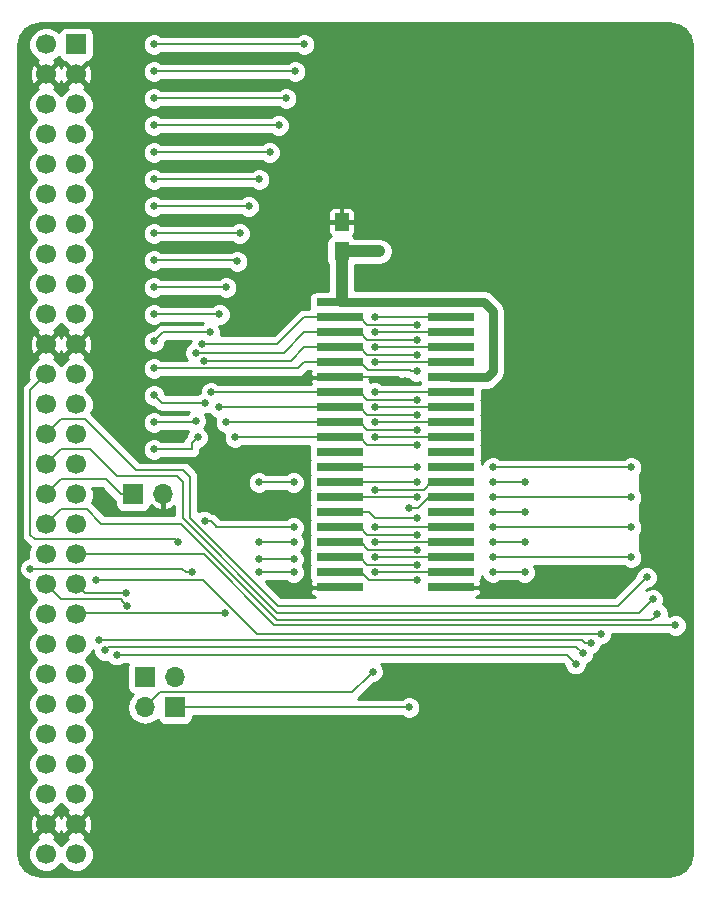
<source format=gbl>
G04 #@! TF.FileFunction,Copper,L2,Bot,Signal*
%FSLAX46Y46*%
G04 Gerber Fmt 4.6, Leading zero omitted, Abs format (unit mm)*
G04 Created by KiCad (PCBNEW 4.0.7) date Wed Jun 27 14:29:21 2018*
%MOMM*%
%LPD*%
G01*
G04 APERTURE LIST*
%ADD10C,0.100000*%
%ADD11C,0.650000*%
%ADD12R,4.000000X0.635000*%
%ADD13R,1.700000X1.700000*%
%ADD14O,1.700000X1.700000*%
%ADD15R,1.250000X1.500000*%
%ADD16C,1.700000*%
%ADD17C,0.203200*%
%ADD18C,1.000000*%
%ADD19C,0.800000*%
%ADD20C,1.016000*%
%ADD21C,0.254000*%
G04 APERTURE END LIST*
D10*
D11*
X160972500Y-95567500D03*
X176000000Y-73914000D03*
X175250000Y-73914000D03*
X189250000Y-90424000D03*
X174500000Y-73914000D03*
X171200000Y-76149200D03*
X160800000Y-78100000D03*
X160782000Y-91948000D03*
X166000000Y-92000000D03*
X190000000Y-117500000D03*
X185500000Y-117500000D03*
X169500000Y-122000000D03*
X169500000Y-117500000D03*
X169000000Y-102500000D03*
X180500000Y-111000000D03*
X176500000Y-111000000D03*
X185500000Y-109500000D03*
X190000000Y-109500000D03*
X190000000Y-102641400D03*
X185674000Y-102641400D03*
X196697600Y-101600000D03*
X178206400Y-84886800D03*
X176174400Y-76149200D03*
D12*
X172720000Y-78232000D03*
X182120000Y-78232000D03*
X172720000Y-79502000D03*
X182120000Y-79502000D03*
X172720000Y-80772000D03*
X182120000Y-80772000D03*
X172720000Y-82042000D03*
X182120000Y-82042000D03*
X172720000Y-83312000D03*
X182120000Y-83312000D03*
X172720000Y-84582000D03*
X182120000Y-84582000D03*
X172720000Y-85852000D03*
X182120000Y-85852000D03*
X172720000Y-87122000D03*
X182120000Y-87122000D03*
X172720000Y-88392000D03*
X182120000Y-88392000D03*
X172720000Y-89662000D03*
X182120000Y-89662000D03*
X172720000Y-90932000D03*
X182120000Y-90932000D03*
X172720000Y-92202000D03*
X182120000Y-92202000D03*
X172720000Y-93472000D03*
X182120000Y-93472000D03*
X172720000Y-94742000D03*
X182120000Y-94742000D03*
X172720000Y-96012000D03*
X182120000Y-96012000D03*
X172720000Y-97282000D03*
X182120000Y-97282000D03*
X172720000Y-98552000D03*
X182120000Y-98552000D03*
X172720000Y-99822000D03*
X182120000Y-99822000D03*
X172720000Y-101092000D03*
X182120000Y-101092000D03*
X172720000Y-102362000D03*
X182120000Y-102362000D03*
D13*
X155194000Y-94488000D03*
D14*
X157734000Y-94488000D03*
D13*
X156210000Y-109960000D03*
D14*
X156210000Y-112500000D03*
D13*
X158750000Y-112522000D03*
D14*
X158750000Y-109982000D03*
D15*
X172847000Y-73914000D03*
X172847000Y-71414000D03*
D11*
X185674000Y-90424000D03*
D16*
X147828000Y-56388000D03*
D13*
X150368000Y-56388000D03*
D16*
X150368000Y-58928000D03*
X147828000Y-58928000D03*
X150368000Y-61468000D03*
X147828000Y-61468000D03*
X150368000Y-64008000D03*
X147828000Y-64008000D03*
X150368000Y-66548000D03*
X147828000Y-66548000D03*
X150368000Y-69088000D03*
X147828000Y-69088000D03*
X150368000Y-71628000D03*
X147828000Y-71628000D03*
X150368000Y-74168000D03*
X147828000Y-74168000D03*
X150368000Y-76708000D03*
X147828000Y-76708000D03*
X150368000Y-79248000D03*
X147828000Y-79248000D03*
X150368000Y-81788000D03*
X147828000Y-81788000D03*
X150368000Y-84328000D03*
X147828000Y-84328000D03*
X150368000Y-86868000D03*
X147828000Y-86868000D03*
X150368000Y-89408000D03*
X147828000Y-89408000D03*
X150368000Y-91948000D03*
X147828000Y-91948000D03*
X150368000Y-94488000D03*
X147828000Y-94488000D03*
X150368000Y-97028000D03*
X147828000Y-97028000D03*
X150368000Y-99568000D03*
X147828000Y-99568000D03*
X150368000Y-102108000D03*
X147828000Y-102108000D03*
X150368000Y-104648000D03*
X147828000Y-104648000D03*
X150368000Y-107188000D03*
X147828000Y-107188000D03*
X150368000Y-109728000D03*
X147828000Y-109728000D03*
X150368000Y-112268000D03*
X147828000Y-112268000D03*
X150368000Y-114808000D03*
X147828000Y-114808000D03*
X150368000Y-117348000D03*
X147828000Y-117348000D03*
X150368000Y-119888000D03*
X147828000Y-119888000D03*
X150368000Y-122428000D03*
X147828000Y-122428000D03*
X150368000Y-124968000D03*
X147828000Y-124968000D03*
D11*
X169672000Y-56388000D03*
X156972000Y-56388000D03*
X175641000Y-79502000D03*
X168910000Y-58674000D03*
X156972000Y-58674000D03*
X175640974Y-80772000D03*
X168148000Y-60960000D03*
X156972000Y-60960000D03*
X175641000Y-82042000D03*
X156972000Y-63246000D03*
X167513000Y-63246000D03*
X175641000Y-83312000D03*
X166751000Y-65532000D03*
X156972000Y-65532000D03*
X175641000Y-85852000D03*
X165862000Y-67818000D03*
X156972000Y-67818000D03*
X175641000Y-87122000D03*
X164973000Y-70104000D03*
X156972000Y-70104000D03*
X175641000Y-88392000D03*
X164211000Y-72390000D03*
X156972000Y-72390000D03*
X175641000Y-89662000D03*
X164000000Y-74750000D03*
X163829990Y-89662000D03*
X156972000Y-74676000D03*
X179197000Y-90297000D03*
X163068012Y-76962000D03*
X163068000Y-88392000D03*
X156972000Y-76962000D03*
X179196992Y-89027000D03*
X162500000Y-79250000D03*
X162433000Y-87122000D03*
X156972000Y-79248000D03*
X179197000Y-87757000D03*
X161671000Y-80772000D03*
X161798000Y-85852000D03*
X156972000Y-81534000D03*
X179196990Y-86487000D03*
X156972000Y-83820000D03*
X179214354Y-84063612D03*
X161250000Y-86750000D03*
X161163000Y-83185000D03*
X156972000Y-86106000D03*
X179197004Y-82677000D03*
X160500000Y-88249996D03*
X156971997Y-88392003D03*
X160500000Y-82500000D03*
X179197000Y-81407000D03*
X160655000Y-89662000D03*
X161000000Y-81750006D03*
X156972000Y-90678000D03*
X179197008Y-80137000D03*
X159004000Y-98552000D03*
X146507202Y-100787200D03*
X160147000Y-101092000D03*
X153797000Y-108077000D03*
X192659000Y-108839000D03*
X198678800Y-101498400D03*
X152781000Y-107696008D03*
X193294000Y-107950000D03*
X199186800Y-103378000D03*
X152273000Y-106807002D03*
X193929000Y-107061006D03*
X199593202Y-104597200D03*
X201117200Y-105562406D03*
X194818000Y-106299000D03*
X152019000Y-101727000D03*
X154559000Y-102870000D03*
X154686000Y-103891190D03*
X162941000Y-104521000D03*
X175499992Y-109500000D03*
X178562000Y-112522004D03*
X178562000Y-95631000D03*
X168782994Y-97282000D03*
X161250000Y-96750000D03*
X175641000Y-97282000D03*
X175641000Y-99822000D03*
X168783000Y-99949000D03*
X165862000Y-99949000D03*
X185674000Y-101092000D03*
X188341000Y-101092000D03*
X179197000Y-101727000D03*
X185674000Y-98552000D03*
X188341000Y-98552000D03*
X179197000Y-99187000D03*
X185674000Y-96012000D03*
X188341000Y-96012000D03*
X179197000Y-96520000D03*
X197358000Y-92202000D03*
X185674000Y-92202000D03*
X179197002Y-92202000D03*
X168783000Y-93471992D03*
X165862000Y-93472000D03*
X175641000Y-94107010D03*
X168783000Y-98552004D03*
X165862000Y-98552000D03*
X175641000Y-98552000D03*
X175641000Y-101092000D03*
X168783000Y-101092000D03*
X165862000Y-101092000D03*
X185674000Y-99822000D03*
X197358000Y-99822000D03*
X179197000Y-100457000D03*
X197358000Y-97282000D03*
X185674000Y-97282000D03*
X179197000Y-97917046D03*
X197358000Y-94742000D03*
X179197000Y-94742000D03*
X185674000Y-94742000D03*
X185674000Y-93472000D03*
X188341000Y-93472000D03*
X179196994Y-93472000D03*
D17*
X174500000Y-73914000D02*
X172847000Y-73914000D01*
X175250000Y-73914000D02*
X174500000Y-73914000D01*
X176000000Y-73914000D02*
X175250000Y-73914000D01*
D18*
X175133000Y-73894000D02*
X176042000Y-73894000D01*
X175133000Y-73894000D02*
X172867000Y-73894000D01*
D19*
X172867000Y-73894000D02*
X172847000Y-73914000D01*
X185674000Y-84074000D02*
X185166000Y-84582000D01*
X185166000Y-84582000D02*
X182120000Y-84582000D01*
X185674000Y-78986000D02*
X185674000Y-84074000D01*
X182120000Y-78232000D02*
X184920000Y-78232000D01*
X184920000Y-78232000D02*
X185674000Y-78986000D01*
X172720000Y-78232000D02*
X175520000Y-78232000D01*
X175520000Y-78232000D02*
X182120000Y-78232000D01*
D20*
X172847000Y-73894000D02*
X172847000Y-78105000D01*
X172827000Y-73894000D02*
X172847000Y-73914000D01*
D17*
X177729001Y-84612601D02*
X178054000Y-84937600D01*
X177698400Y-84582000D02*
X177729001Y-84612601D01*
X172720000Y-84582000D02*
X177698400Y-84582000D01*
X169672000Y-56388000D02*
X156972000Y-56388000D01*
X175641000Y-79502000D02*
X176100619Y-79502000D01*
X176100619Y-79502000D02*
X182120000Y-79502000D01*
X156972000Y-58674000D02*
X168910000Y-58674000D01*
X182120000Y-80772000D02*
X175640974Y-80772000D01*
X168148000Y-60960000D02*
X156972000Y-60960000D01*
X175641000Y-82042000D02*
X182120000Y-82042000D01*
X167513000Y-63246000D02*
X156972000Y-63246000D01*
X175641000Y-83312000D02*
X179916800Y-83312000D01*
X179916800Y-83312000D02*
X182120000Y-83312000D01*
X166751000Y-65532000D02*
X156972000Y-65532000D01*
X175514000Y-85852000D02*
X182120000Y-85852000D01*
X165862000Y-67818000D02*
X156972000Y-67818000D01*
X182120000Y-87122000D02*
X175514000Y-87122000D01*
X164973000Y-70104000D02*
X156972000Y-70104000D01*
X175641000Y-88392000D02*
X176100619Y-88392000D01*
X176100619Y-88392000D02*
X182120000Y-88392000D01*
X164211000Y-72390000D02*
X156972000Y-72390000D01*
X175641000Y-89662000D02*
X182120000Y-89662000D01*
X175641000Y-89662000D02*
X175768000Y-89662000D01*
X163926000Y-74676000D02*
X164000000Y-74750000D01*
X156972000Y-74676000D02*
X163926000Y-74676000D01*
X172720000Y-89662000D02*
X163829990Y-89662000D01*
X175037500Y-90297000D02*
X178737381Y-90297000D01*
X174402500Y-89662000D02*
X175037500Y-90297000D01*
X172720000Y-89662000D02*
X174402500Y-89662000D01*
X178737381Y-90297000D02*
X179197000Y-90297000D01*
X156972000Y-76962000D02*
X163068012Y-76962000D01*
X172720000Y-88392000D02*
X163068000Y-88392000D01*
X172720000Y-88392000D02*
X171037500Y-88392000D01*
X172720000Y-88392000D02*
X174402500Y-88392000D01*
X174402500Y-88392000D02*
X175037500Y-89027000D01*
X175037500Y-89027000D02*
X178737373Y-89027000D01*
X178737373Y-89027000D02*
X179196992Y-89027000D01*
X162498000Y-79248000D02*
X162500000Y-79250000D01*
X156972000Y-79248000D02*
X162498000Y-79248000D01*
X172720000Y-87122000D02*
X162433000Y-87122000D01*
X179197000Y-87757000D02*
X175037500Y-87757000D01*
X175037500Y-87757000D02*
X174402500Y-87122000D01*
X174402500Y-87122000D02*
X172720000Y-87122000D01*
X157734000Y-80772000D02*
X161211381Y-80772000D01*
X156972000Y-81534000D02*
X157734000Y-80772000D01*
X161211381Y-80772000D02*
X161671000Y-80772000D01*
X172720000Y-85852000D02*
X161798000Y-85852000D01*
X178737371Y-86487000D02*
X179196990Y-86487000D01*
X175037500Y-86487000D02*
X178737371Y-86487000D01*
X174402500Y-85852000D02*
X175037500Y-86487000D01*
X172720000Y-85852000D02*
X174402500Y-85852000D01*
X172720000Y-83312000D02*
X174402500Y-83312000D01*
X175062900Y-83972400D02*
X178663523Y-83972400D01*
X174402500Y-83312000D02*
X175062900Y-83972400D01*
X178663523Y-83972400D02*
X178754735Y-84063612D01*
X178754735Y-84063612D02*
X179214354Y-84063612D01*
X172720000Y-83312000D02*
X169672000Y-83312000D01*
X169672000Y-83312000D02*
X169164000Y-83820000D01*
X169164000Y-83820000D02*
X156972000Y-83820000D01*
X156972000Y-86106000D02*
X157616000Y-86750000D01*
X160790381Y-86750000D02*
X161250000Y-86750000D01*
X157616000Y-86750000D02*
X160790381Y-86750000D01*
X172720000Y-82042000D02*
X169672000Y-82042000D01*
X169672000Y-82042000D02*
X168529000Y-83185000D01*
X168529000Y-83185000D02*
X161163000Y-83185000D01*
X178737373Y-82677012D02*
X178737385Y-82677000D01*
X174402500Y-82042000D02*
X175037512Y-82677012D01*
X178737385Y-82677000D02*
X179197004Y-82677000D01*
X172720000Y-82042000D02*
X174402500Y-82042000D01*
X175037512Y-82677012D02*
X178737373Y-82677012D01*
X160357993Y-88392003D02*
X160500000Y-88249996D01*
X156971997Y-88392003D02*
X160357993Y-88392003D01*
X160959619Y-82500000D02*
X160500000Y-82500000D01*
X167944000Y-82500000D02*
X160959619Y-82500000D01*
X169672000Y-80772000D02*
X167944000Y-82500000D01*
X172720000Y-80772000D02*
X169672000Y-80772000D01*
X179197000Y-81407000D02*
X175037500Y-81407000D01*
X175037500Y-81407000D02*
X174402500Y-80772000D01*
X174402500Y-80772000D02*
X172720000Y-80772000D01*
X160147000Y-90170000D02*
X160330001Y-89986999D01*
X160330001Y-89986999D02*
X160655000Y-89662000D01*
X160147000Y-90678000D02*
X160147000Y-90170000D01*
X156972000Y-90678000D02*
X160147000Y-90678000D01*
X161459619Y-81750006D02*
X161000000Y-81750006D01*
X169672000Y-79502000D02*
X167423994Y-81750006D01*
X172720000Y-79502000D02*
X169672000Y-79502000D01*
X167423994Y-81750006D02*
X161459619Y-81750006D01*
X172720000Y-79502000D02*
X171037500Y-79502000D01*
X178737389Y-80137000D02*
X179197008Y-80137000D01*
X174402500Y-79502000D02*
X175037500Y-80137000D01*
X172720000Y-79502000D02*
X174402500Y-79502000D01*
X175037500Y-80137000D02*
X178737389Y-80137000D01*
X159004000Y-98552000D02*
X158750000Y-98298000D01*
X158750000Y-98298000D02*
X146913600Y-98298000D01*
X146913600Y-98298000D02*
X146507200Y-97891600D01*
X146507200Y-97891600D02*
X146507200Y-85648800D01*
X146507200Y-85648800D02*
X147828000Y-84328000D01*
X159382581Y-100787200D02*
X146507202Y-100787200D01*
X160147000Y-101092000D02*
X159687381Y-101092000D01*
X159687381Y-101092000D02*
X159382581Y-100787200D01*
X191897000Y-108077000D02*
X154256619Y-108077000D01*
X192659000Y-108839000D02*
X191897000Y-108077000D01*
X154256619Y-108077000D02*
X153797000Y-108077000D01*
X147828000Y-89408000D02*
X149098000Y-88138000D01*
X160000000Y-96500000D02*
X167436800Y-103936800D01*
X149098000Y-88138000D02*
X151138000Y-88138000D01*
X151138000Y-88138000D02*
X155456000Y-92456000D01*
X155456000Y-92456000D02*
X159456000Y-92456000D01*
X159456000Y-92456000D02*
X160000000Y-93000000D01*
X167436800Y-103936800D02*
X196240400Y-103936800D01*
X196240400Y-103936800D02*
X198353801Y-101823399D01*
X198353801Y-101823399D02*
X198678800Y-101498400D01*
X160000000Y-93000000D02*
X160000000Y-96500000D01*
X153105999Y-107371009D02*
X152781000Y-107696008D01*
X192715009Y-107371009D02*
X153105999Y-107371009D01*
X193294000Y-107950000D02*
X192715009Y-107371009D01*
X147828000Y-91948000D02*
X149098000Y-90678000D01*
X149098000Y-90678000D02*
X151511000Y-90678000D01*
X158877000Y-92964000D02*
X159385000Y-93472000D01*
X151511000Y-90678000D02*
X153797000Y-92964000D01*
X167411400Y-104546400D02*
X198018400Y-104546400D01*
X153797000Y-92964000D02*
X158877000Y-92964000D01*
X159385000Y-93472000D02*
X159385000Y-96520000D01*
X159385000Y-96520000D02*
X167411400Y-104546400D01*
X198018400Y-104546400D02*
X199186800Y-103378000D01*
X193929000Y-107061006D02*
X193469381Y-107061006D01*
X152732619Y-106807002D02*
X152273000Y-106807002D01*
X193469381Y-107061006D02*
X193215377Y-106807002D01*
X193215377Y-106807002D02*
X152732619Y-106807002D01*
X149098000Y-93218000D02*
X152870800Y-93218000D01*
X152870800Y-93218000D02*
X154140800Y-94488000D01*
X154140800Y-94488000D02*
X155194000Y-94488000D01*
X147828000Y-94488000D02*
X149098000Y-93218000D01*
X147828000Y-97028000D02*
X149098000Y-95758000D01*
X199268203Y-104922199D02*
X199593202Y-104597200D01*
X149098000Y-95758000D02*
X151258000Y-95758000D01*
X151258000Y-95758000D02*
X152500000Y-97000000D01*
X152500000Y-97000000D02*
X159230000Y-97000000D01*
X159230000Y-97000000D02*
X167360590Y-105130590D01*
X167360590Y-105130590D02*
X199059812Y-105130590D01*
X199059812Y-105130590D02*
X199268203Y-104922199D01*
X150368000Y-99568000D02*
X161163000Y-99568000D01*
X161163000Y-99568000D02*
X167157406Y-105562406D01*
X167157406Y-105562406D02*
X200657581Y-105562406D01*
X200657581Y-105562406D02*
X201117200Y-105562406D01*
X194358381Y-106299000D02*
X194818000Y-106299000D01*
X161079106Y-101727000D02*
X165651106Y-106299000D01*
X165651106Y-106299000D02*
X194358381Y-106299000D01*
X152019000Y-101727000D02*
X161079106Y-101727000D01*
X150368000Y-102108000D02*
X151130000Y-102870000D01*
X151130000Y-102870000D02*
X154559000Y-102870000D01*
X154361001Y-103566191D02*
X154686000Y-103891190D01*
X149098000Y-103378000D02*
X154172810Y-103378000D01*
X147828000Y-102108000D02*
X149098000Y-103378000D01*
X154172810Y-103378000D02*
X154361001Y-103566191D01*
X150368000Y-104648000D02*
X150495000Y-104521000D01*
X150495000Y-104521000D02*
X162941000Y-104521000D01*
X175174993Y-109824999D02*
X175499992Y-109500000D01*
X173747992Y-111252000D02*
X175174993Y-109824999D01*
X156210000Y-112500000D02*
X157458000Y-111252000D01*
X157458000Y-111252000D02*
X173747992Y-111252000D01*
X178561996Y-112522000D02*
X178562000Y-112522004D01*
X158750000Y-112522000D02*
X178561996Y-112522000D01*
X178562000Y-95631000D02*
X179324000Y-95631000D01*
X179324000Y-95631000D02*
X180213000Y-94742000D01*
X180213000Y-94742000D02*
X182120000Y-94742000D01*
X161250000Y-96750000D02*
X161774000Y-96750000D01*
X161774000Y-96750000D02*
X162306000Y-97282000D01*
X162306000Y-97282000D02*
X168450381Y-97282000D01*
X168450381Y-97282000D02*
X168782994Y-97282000D01*
X162282000Y-97282000D02*
X168450381Y-97282000D01*
X162250000Y-97250000D02*
X162282000Y-97282000D01*
X182120000Y-97282000D02*
X175641000Y-97282000D01*
X175641000Y-99822000D02*
X182120000Y-99822000D01*
X165862000Y-99949000D02*
X168783000Y-99949000D01*
X188341000Y-101092000D02*
X185674000Y-101092000D01*
X179197000Y-101727000D02*
X175133000Y-101727000D01*
X175133000Y-101727000D02*
X174498000Y-101092000D01*
X174498000Y-101092000D02*
X172720000Y-101092000D01*
X174402500Y-101092000D02*
X172720000Y-101092000D01*
X188341000Y-98552000D02*
X185674000Y-98552000D01*
X179197000Y-99187000D02*
X178737381Y-99187000D01*
X178737381Y-99187000D02*
X178732182Y-99181801D01*
X178732182Y-99181801D02*
X175127801Y-99181801D01*
X175127801Y-99181801D02*
X174498000Y-98552000D01*
X174498000Y-98552000D02*
X172720000Y-98552000D01*
X188341000Y-96012000D02*
X185674000Y-96012000D01*
X179197000Y-96520000D02*
X175641000Y-96520000D01*
X175641000Y-96520000D02*
X175133000Y-96012000D01*
X175133000Y-96012000D02*
X172720000Y-96012000D01*
X174402500Y-96012000D02*
X172720000Y-96012000D01*
X197358000Y-92202000D02*
X194056000Y-92202000D01*
X194056000Y-92202000D02*
X185674000Y-92202000D01*
X172720000Y-92202000D02*
X179197002Y-92202000D01*
X168782992Y-93472000D02*
X168783000Y-93471992D01*
X165862000Y-93472000D02*
X168782992Y-93472000D01*
X182120000Y-93472000D02*
X180437500Y-93472000D01*
X180437500Y-93472000D02*
X179802500Y-94107000D01*
X179802500Y-94107000D02*
X176100629Y-94107000D01*
X176100629Y-94107000D02*
X176100619Y-94107010D01*
X176100619Y-94107010D02*
X175641000Y-94107010D01*
X165862000Y-98552000D02*
X168782996Y-98552000D01*
X168782996Y-98552000D02*
X168783000Y-98552004D01*
X182120000Y-98552000D02*
X175641000Y-98552000D01*
X175641000Y-101092000D02*
X179494106Y-101092000D01*
X179494106Y-101092000D02*
X182120000Y-101092000D01*
X165862000Y-101092000D02*
X168783000Y-101092000D01*
X197358000Y-99822000D02*
X185674000Y-99822000D01*
X194056000Y-99822000D02*
X185674000Y-99822000D01*
X175037500Y-100457000D02*
X179197000Y-100457000D01*
X174402500Y-99822000D02*
X175037500Y-100457000D01*
X172720000Y-99822000D02*
X174402500Y-99822000D01*
X185674000Y-97282000D02*
X193929000Y-97282000D01*
X193929000Y-97282000D02*
X194056000Y-97282000D01*
X194564000Y-97282000D02*
X193929000Y-97282000D01*
X194564000Y-97282000D02*
X197358000Y-97282000D01*
X178737381Y-97917046D02*
X179197000Y-97917046D01*
X175037546Y-97917046D02*
X178737381Y-97917046D01*
X174402500Y-97282000D02*
X175037546Y-97917046D01*
X172720000Y-97282000D02*
X174402500Y-97282000D01*
X197358000Y-94742000D02*
X194056000Y-94742000D01*
X194056000Y-94742000D02*
X185674000Y-94742000D01*
X172720000Y-94742000D02*
X175216892Y-94742000D01*
X175216892Y-94742000D02*
X179197000Y-94742000D01*
X188341000Y-93472000D02*
X185674000Y-93472000D01*
X172720000Y-93472000D02*
X179196994Y-93472000D01*
D21*
G36*
X201354989Y-54710152D02*
X201944170Y-55103830D01*
X202337848Y-55693011D01*
X202490000Y-56457931D01*
X202490000Y-124898069D01*
X202337848Y-125662989D01*
X201944170Y-126252170D01*
X201354989Y-126645848D01*
X200590069Y-126798000D01*
X147389931Y-126798000D01*
X146625011Y-126645848D01*
X146035830Y-126252170D01*
X145642152Y-125662989D01*
X145562409Y-125262089D01*
X146342743Y-125262089D01*
X146568344Y-125808086D01*
X146985717Y-126226188D01*
X147531319Y-126452742D01*
X148122089Y-126453257D01*
X148668086Y-126227656D01*
X149086188Y-125810283D01*
X149097748Y-125782443D01*
X149108344Y-125808086D01*
X149525717Y-126226188D01*
X150071319Y-126452742D01*
X150662089Y-126453257D01*
X151208086Y-126227656D01*
X151626188Y-125810283D01*
X151852742Y-125264681D01*
X151853257Y-124673911D01*
X151627656Y-124127914D01*
X151210283Y-123709812D01*
X151045614Y-123641435D01*
X151133062Y-123605213D01*
X151214499Y-123377737D01*
X150368000Y-122531238D01*
X149521501Y-123377737D01*
X149602938Y-123605213D01*
X149691710Y-123640665D01*
X149527914Y-123708344D01*
X149109812Y-124125717D01*
X149098252Y-124153557D01*
X149087656Y-124127914D01*
X148670283Y-123709812D01*
X148505614Y-123641435D01*
X148593062Y-123605213D01*
X148674499Y-123377737D01*
X147828000Y-122531238D01*
X146981501Y-123377737D01*
X147062938Y-123605213D01*
X147151710Y-123640665D01*
X146987914Y-123708344D01*
X146569812Y-124125717D01*
X146343258Y-124671319D01*
X146342743Y-125262089D01*
X145562409Y-125262089D01*
X145490000Y-124898069D01*
X145490000Y-122171675D01*
X146447620Y-122171675D01*
X146454603Y-122719435D01*
X146650787Y-123193062D01*
X146878263Y-123274499D01*
X147724762Y-122428000D01*
X147931238Y-122428000D01*
X148777737Y-123274499D01*
X149005213Y-123193062D01*
X149096305Y-122964964D01*
X149190787Y-123193062D01*
X149418263Y-123274499D01*
X150264762Y-122428000D01*
X150471238Y-122428000D01*
X151317737Y-123274499D01*
X151545213Y-123193062D01*
X151748380Y-122684325D01*
X151741397Y-122136565D01*
X151545213Y-121662938D01*
X151317737Y-121581501D01*
X150471238Y-122428000D01*
X150264762Y-122428000D01*
X149418263Y-121581501D01*
X149190787Y-121662938D01*
X149099695Y-121891036D01*
X149005213Y-121662938D01*
X148777737Y-121581501D01*
X147931238Y-122428000D01*
X147724762Y-122428000D01*
X146878263Y-121581501D01*
X146650787Y-121662938D01*
X146447620Y-122171675D01*
X145490000Y-122171675D01*
X145490000Y-100977318D01*
X145547035Y-100977318D01*
X145692879Y-101330286D01*
X145962695Y-101600574D01*
X146315408Y-101747033D01*
X146369932Y-101747081D01*
X146343258Y-101811319D01*
X146342743Y-102402089D01*
X146568344Y-102948086D01*
X146985717Y-103366188D01*
X147013557Y-103377748D01*
X146987914Y-103388344D01*
X146569812Y-103805717D01*
X146343258Y-104351319D01*
X146342743Y-104942089D01*
X146568344Y-105488086D01*
X146985717Y-105906188D01*
X147013557Y-105917748D01*
X146987914Y-105928344D01*
X146569812Y-106345717D01*
X146343258Y-106891319D01*
X146342743Y-107482089D01*
X146568344Y-108028086D01*
X146985717Y-108446188D01*
X147013557Y-108457748D01*
X146987914Y-108468344D01*
X146569812Y-108885717D01*
X146343258Y-109431319D01*
X146342743Y-110022089D01*
X146568344Y-110568086D01*
X146985717Y-110986188D01*
X147013557Y-110997748D01*
X146987914Y-111008344D01*
X146569812Y-111425717D01*
X146343258Y-111971319D01*
X146342743Y-112562089D01*
X146568344Y-113108086D01*
X146985717Y-113526188D01*
X147013557Y-113537748D01*
X146987914Y-113548344D01*
X146569812Y-113965717D01*
X146343258Y-114511319D01*
X146342743Y-115102089D01*
X146568344Y-115648086D01*
X146985717Y-116066188D01*
X147013557Y-116077748D01*
X146987914Y-116088344D01*
X146569812Y-116505717D01*
X146343258Y-117051319D01*
X146342743Y-117642089D01*
X146568344Y-118188086D01*
X146985717Y-118606188D01*
X147013557Y-118617748D01*
X146987914Y-118628344D01*
X146569812Y-119045717D01*
X146343258Y-119591319D01*
X146342743Y-120182089D01*
X146568344Y-120728086D01*
X146985717Y-121146188D01*
X147150386Y-121214565D01*
X147062938Y-121250787D01*
X146981501Y-121478263D01*
X147828000Y-122324762D01*
X148674499Y-121478263D01*
X148593062Y-121250787D01*
X148504290Y-121215335D01*
X148668086Y-121147656D01*
X149086188Y-120730283D01*
X149097748Y-120702443D01*
X149108344Y-120728086D01*
X149525717Y-121146188D01*
X149690386Y-121214565D01*
X149602938Y-121250787D01*
X149521501Y-121478263D01*
X150368000Y-122324762D01*
X151214499Y-121478263D01*
X151133062Y-121250787D01*
X151044290Y-121215335D01*
X151208086Y-121147656D01*
X151626188Y-120730283D01*
X151852742Y-120184681D01*
X151853257Y-119593911D01*
X151627656Y-119047914D01*
X151210283Y-118629812D01*
X151182443Y-118618252D01*
X151208086Y-118607656D01*
X151626188Y-118190283D01*
X151852742Y-117644681D01*
X151853257Y-117053911D01*
X151627656Y-116507914D01*
X151210283Y-116089812D01*
X151182443Y-116078252D01*
X151208086Y-116067656D01*
X151626188Y-115650283D01*
X151852742Y-115104681D01*
X151853257Y-114513911D01*
X151627656Y-113967914D01*
X151210283Y-113549812D01*
X151182443Y-113538252D01*
X151208086Y-113527656D01*
X151626188Y-113110283D01*
X151852742Y-112564681D01*
X151853257Y-111973911D01*
X151627656Y-111427914D01*
X151210283Y-111009812D01*
X151182443Y-110998252D01*
X151208086Y-110987656D01*
X151626188Y-110570283D01*
X151852742Y-110024681D01*
X151853257Y-109433911D01*
X151627656Y-108887914D01*
X151210283Y-108469812D01*
X151182443Y-108458252D01*
X151208086Y-108447656D01*
X151626188Y-108030283D01*
X151786410Y-107644425D01*
X151821032Y-107658801D01*
X151820833Y-107886126D01*
X151966677Y-108239094D01*
X152236493Y-108509382D01*
X152589206Y-108655841D01*
X152971118Y-108656175D01*
X153004807Y-108642255D01*
X153252493Y-108890374D01*
X153605206Y-109036833D01*
X153987118Y-109037167D01*
X154340086Y-108891323D01*
X154417945Y-108813600D01*
X154793981Y-108813600D01*
X154763569Y-108858110D01*
X154712560Y-109110000D01*
X154712560Y-110810000D01*
X154756838Y-111045317D01*
X154895910Y-111261441D01*
X155108110Y-111406431D01*
X155175541Y-111420086D01*
X155130853Y-111449946D01*
X154808946Y-111931715D01*
X154695907Y-112500000D01*
X154808946Y-113068285D01*
X155130853Y-113550054D01*
X155612622Y-113871961D01*
X156180907Y-113985000D01*
X156239093Y-113985000D01*
X156807378Y-113871961D01*
X157286408Y-113551884D01*
X157296838Y-113607317D01*
X157435910Y-113823441D01*
X157648110Y-113968431D01*
X157900000Y-114019440D01*
X159600000Y-114019440D01*
X159835317Y-113975162D01*
X160051441Y-113836090D01*
X160196431Y-113623890D01*
X160247440Y-113372000D01*
X160247440Y-113258600D01*
X177940849Y-113258600D01*
X178017493Y-113335378D01*
X178370206Y-113481837D01*
X178752118Y-113482171D01*
X179105086Y-113336327D01*
X179375374Y-113066511D01*
X179521833Y-112713798D01*
X179522167Y-112331886D01*
X179376323Y-111978918D01*
X179106507Y-111708630D01*
X178753794Y-111562171D01*
X178371882Y-111561837D01*
X178018914Y-111707681D01*
X177941059Y-111785400D01*
X174250072Y-111785400D01*
X174268847Y-111772855D01*
X175581630Y-110460072D01*
X175690110Y-110460167D01*
X176043078Y-110314323D01*
X176313366Y-110044507D01*
X176459825Y-109691794D01*
X176460159Y-109309882D01*
X176314315Y-108956914D01*
X176171251Y-108813600D01*
X191591890Y-108813600D01*
X191698928Y-108920638D01*
X191698833Y-109029118D01*
X191844677Y-109382086D01*
X192114493Y-109652374D01*
X192467206Y-109798833D01*
X192849118Y-109799167D01*
X193202086Y-109653323D01*
X193472374Y-109383507D01*
X193618833Y-109030794D01*
X193618987Y-108854440D01*
X193837086Y-108764323D01*
X194107374Y-108494507D01*
X194253833Y-108141794D01*
X194253987Y-107965446D01*
X194472086Y-107875329D01*
X194742374Y-107605513D01*
X194886233Y-107259060D01*
X195008118Y-107259167D01*
X195361086Y-107113323D01*
X195631374Y-106843507D01*
X195777833Y-106490794D01*
X195778001Y-106299006D01*
X200496053Y-106299006D01*
X200572693Y-106375780D01*
X200925406Y-106522239D01*
X201307318Y-106522573D01*
X201660286Y-106376729D01*
X201930574Y-106106913D01*
X202077033Y-105754200D01*
X202077367Y-105372288D01*
X201931523Y-105019320D01*
X201661707Y-104749032D01*
X201308994Y-104602573D01*
X200927082Y-104602239D01*
X200574114Y-104748083D01*
X200553052Y-104769108D01*
X200553369Y-104407082D01*
X200407525Y-104054114D01*
X200137709Y-103783826D01*
X200069517Y-103755510D01*
X200146633Y-103569794D01*
X200146967Y-103187882D01*
X200001123Y-102834914D01*
X199731307Y-102564626D01*
X199378594Y-102418167D01*
X198996682Y-102417833D01*
X198663344Y-102555566D01*
X198760438Y-102458472D01*
X198868918Y-102458567D01*
X199221886Y-102312723D01*
X199492174Y-102042907D01*
X199638633Y-101690194D01*
X199638967Y-101308282D01*
X199493123Y-100955314D01*
X199223307Y-100685026D01*
X198870594Y-100538567D01*
X198488682Y-100538233D01*
X198135714Y-100684077D01*
X197865426Y-100953893D01*
X197718967Y-101306606D01*
X197718871Y-101416619D01*
X195935290Y-103200200D01*
X184240036Y-103200200D01*
X184418521Y-103126269D01*
X184566769Y-102978022D01*
X184647000Y-102784327D01*
X184647000Y-102566750D01*
X184515250Y-102435000D01*
X182193000Y-102435000D01*
X182193000Y-102455000D01*
X182047000Y-102455000D01*
X182047000Y-102435000D01*
X182027000Y-102435000D01*
X182027000Y-102289000D01*
X182047000Y-102289000D01*
X182047000Y-102269000D01*
X182193000Y-102269000D01*
X182193000Y-102289000D01*
X184515250Y-102289000D01*
X184647000Y-102157250D01*
X184647000Y-101939673D01*
X184601441Y-101829684D01*
X184716431Y-101661390D01*
X184767120Y-101411081D01*
X184859677Y-101635086D01*
X185129493Y-101905374D01*
X185482206Y-102051833D01*
X185864118Y-102052167D01*
X186217086Y-101906323D01*
X186294945Y-101828600D01*
X187719853Y-101828600D01*
X187796493Y-101905374D01*
X188149206Y-102051833D01*
X188531118Y-102052167D01*
X188884086Y-101906323D01*
X189154374Y-101636507D01*
X189300833Y-101283794D01*
X189301167Y-100901882D01*
X189159325Y-100558600D01*
X196736853Y-100558600D01*
X196813493Y-100635374D01*
X197166206Y-100781833D01*
X197548118Y-100782167D01*
X197901086Y-100636323D01*
X198171374Y-100366507D01*
X198317833Y-100013794D01*
X198318167Y-99631882D01*
X198172323Y-99278914D01*
X198127000Y-99233512D01*
X198127000Y-97870804D01*
X198171374Y-97826507D01*
X198317833Y-97473794D01*
X198318167Y-97091882D01*
X198172323Y-96738914D01*
X198127000Y-96693512D01*
X198127000Y-95330804D01*
X198171374Y-95286507D01*
X198317833Y-94933794D01*
X198318167Y-94551882D01*
X198172323Y-94198914D01*
X198127000Y-94153512D01*
X198127000Y-92790804D01*
X198171374Y-92746507D01*
X198317833Y-92393794D01*
X198318167Y-92011882D01*
X198172323Y-91658914D01*
X197902507Y-91388626D01*
X197549794Y-91242167D01*
X197167882Y-91241833D01*
X196814914Y-91387677D01*
X196737055Y-91465400D01*
X186295147Y-91465400D01*
X186218507Y-91388626D01*
X185865794Y-91242167D01*
X185483882Y-91241833D01*
X185130914Y-91387677D01*
X184860626Y-91657493D01*
X184767105Y-91882718D01*
X184723162Y-91649183D01*
X184670920Y-91567997D01*
X184716431Y-91501390D01*
X184767440Y-91249500D01*
X184767440Y-90614500D01*
X184723162Y-90379183D01*
X184670920Y-90297997D01*
X184716431Y-90231390D01*
X184767440Y-89979500D01*
X184767440Y-89344500D01*
X184723162Y-89109183D01*
X184670920Y-89027997D01*
X184716431Y-88961390D01*
X184767440Y-88709500D01*
X184767440Y-88074500D01*
X184723162Y-87839183D01*
X184670920Y-87757997D01*
X184716431Y-87691390D01*
X184767440Y-87439500D01*
X184767440Y-86804500D01*
X184723162Y-86569183D01*
X184670920Y-86487997D01*
X184716431Y-86421390D01*
X184767440Y-86169500D01*
X184767440Y-85617000D01*
X185165995Y-85617000D01*
X185166000Y-85617001D01*
X185562077Y-85538215D01*
X185897856Y-85313856D01*
X186405853Y-84805858D01*
X186405856Y-84805856D01*
X186630215Y-84470077D01*
X186709000Y-84074000D01*
X186709000Y-78986005D01*
X186709001Y-78986000D01*
X186630215Y-78589923D01*
X186405856Y-78254144D01*
X185651856Y-77500144D01*
X185316077Y-77275785D01*
X184920000Y-77196999D01*
X184919995Y-77197000D01*
X173990000Y-77197000D01*
X173990000Y-75030678D01*
X173991146Y-75029000D01*
X176042000Y-75029000D01*
X176476346Y-74942603D01*
X176844566Y-74696566D01*
X177090603Y-74328346D01*
X177177000Y-73894000D01*
X177090603Y-73459654D01*
X176844566Y-73091434D01*
X176476346Y-72845397D01*
X176042000Y-72759000D01*
X173965974Y-72759000D01*
X173936090Y-72712559D01*
X173777257Y-72604033D01*
X173918769Y-72462522D01*
X173999000Y-72268827D01*
X173999000Y-71618750D01*
X173867250Y-71487000D01*
X172920000Y-71487000D01*
X172920000Y-71507000D01*
X172774000Y-71507000D01*
X172774000Y-71487000D01*
X171826750Y-71487000D01*
X171695000Y-71618750D01*
X171695000Y-72268827D01*
X171775231Y-72462522D01*
X171917844Y-72605134D01*
X171770559Y-72699910D01*
X171625569Y-72912110D01*
X171574560Y-73164000D01*
X171574560Y-74664000D01*
X171618838Y-74899317D01*
X171704000Y-75031662D01*
X171704000Y-77267060D01*
X170720000Y-77267060D01*
X170484683Y-77311338D01*
X170268559Y-77450410D01*
X170123569Y-77662610D01*
X170072560Y-77914500D01*
X170072560Y-78549500D01*
X170113184Y-78765400D01*
X169672005Y-78765400D01*
X169672000Y-78765399D01*
X169436883Y-78812167D01*
X169390115Y-78821470D01*
X169186543Y-78957493D01*
X169151145Y-78981145D01*
X167118884Y-81013406D01*
X162610232Y-81013406D01*
X162630833Y-80963794D01*
X162631167Y-80581882D01*
X162485323Y-80228914D01*
X162466413Y-80209971D01*
X162690118Y-80210167D01*
X163043086Y-80064323D01*
X163313374Y-79794507D01*
X163459833Y-79441794D01*
X163460167Y-79059882D01*
X163314323Y-78706914D01*
X163044507Y-78436626D01*
X162691794Y-78290167D01*
X162309882Y-78289833D01*
X161956914Y-78435677D01*
X161881059Y-78511400D01*
X157593147Y-78511400D01*
X157516507Y-78434626D01*
X157163794Y-78288167D01*
X156781882Y-78287833D01*
X156428914Y-78433677D01*
X156158626Y-78703493D01*
X156012167Y-79056206D01*
X156011833Y-79438118D01*
X156157677Y-79791086D01*
X156427493Y-80061374D01*
X156780206Y-80207833D01*
X157162118Y-80208167D01*
X157515086Y-80062323D01*
X157592945Y-79984600D01*
X161100944Y-79984600D01*
X161050055Y-80035400D01*
X157734000Y-80035400D01*
X157452115Y-80091470D01*
X157248543Y-80227493D01*
X157213145Y-80251145D01*
X156890362Y-80573928D01*
X156781882Y-80573833D01*
X156428914Y-80719677D01*
X156158626Y-80989493D01*
X156012167Y-81342206D01*
X156011833Y-81724118D01*
X156157677Y-82077086D01*
X156427493Y-82347374D01*
X156780206Y-82493833D01*
X157162118Y-82494167D01*
X157515086Y-82348323D01*
X157785374Y-82078507D01*
X157931833Y-81725794D01*
X157931929Y-81615781D01*
X158039110Y-81508600D01*
X160060768Y-81508600D01*
X160040167Y-81558212D01*
X160040086Y-81651311D01*
X159956914Y-81685677D01*
X159686626Y-81955493D01*
X159540167Y-82308206D01*
X159539833Y-82690118D01*
X159685677Y-83043086D01*
X159725921Y-83083400D01*
X157593147Y-83083400D01*
X157516507Y-83006626D01*
X157163794Y-82860167D01*
X156781882Y-82859833D01*
X156428914Y-83005677D01*
X156158626Y-83275493D01*
X156012167Y-83628206D01*
X156011833Y-84010118D01*
X156157677Y-84363086D01*
X156427493Y-84633374D01*
X156780206Y-84779833D01*
X157162118Y-84780167D01*
X157515086Y-84634323D01*
X157592945Y-84556600D01*
X169164000Y-84556600D01*
X169445885Y-84500530D01*
X169684855Y-84340855D01*
X169977110Y-84048600D01*
X170235099Y-84048600D01*
X170237477Y-84052296D01*
X170193000Y-84159673D01*
X170193000Y-84377250D01*
X170324750Y-84509000D01*
X172647000Y-84509000D01*
X172647000Y-84489000D01*
X172793000Y-84489000D01*
X172793000Y-84509000D01*
X172813000Y-84509000D01*
X172813000Y-84655000D01*
X172793000Y-84655000D01*
X172793000Y-84675000D01*
X172647000Y-84675000D01*
X172647000Y-84655000D01*
X170324750Y-84655000D01*
X170193000Y-84786750D01*
X170193000Y-85004327D01*
X170238559Y-85114316D01*
X170237819Y-85115400D01*
X162419147Y-85115400D01*
X162342507Y-85038626D01*
X161989794Y-84892167D01*
X161607882Y-84891833D01*
X161254914Y-85037677D01*
X160984626Y-85307493D01*
X160838167Y-85660206D01*
X160837973Y-85881524D01*
X160706914Y-85935677D01*
X160629055Y-86013400D01*
X157932082Y-86013400D01*
X157932167Y-85915882D01*
X157786323Y-85562914D01*
X157516507Y-85292626D01*
X157163794Y-85146167D01*
X156781882Y-85145833D01*
X156428914Y-85291677D01*
X156158626Y-85561493D01*
X156012167Y-85914206D01*
X156011833Y-86296118D01*
X156157677Y-86649086D01*
X156427493Y-86919374D01*
X156780206Y-87065833D01*
X156890219Y-87065929D01*
X157095145Y-87270855D01*
X157334116Y-87430531D01*
X157616000Y-87486601D01*
X157616005Y-87486600D01*
X159905898Y-87486600D01*
X159736800Y-87655403D01*
X157593144Y-87655403D01*
X157516504Y-87578629D01*
X157163791Y-87432170D01*
X156781879Y-87431836D01*
X156428911Y-87577680D01*
X156158623Y-87847496D01*
X156012164Y-88200209D01*
X156011830Y-88582121D01*
X156157674Y-88935089D01*
X156427490Y-89205377D01*
X156780203Y-89351836D01*
X157162115Y-89352170D01*
X157515083Y-89206326D01*
X157592942Y-89128603D01*
X159837013Y-89128603D01*
X159695167Y-89470206D01*
X159695071Y-89580219D01*
X159626145Y-89649145D01*
X159466470Y-89888115D01*
X159455871Y-89941400D01*
X157593147Y-89941400D01*
X157516507Y-89864626D01*
X157163794Y-89718167D01*
X156781882Y-89717833D01*
X156428914Y-89863677D01*
X156158626Y-90133493D01*
X156012167Y-90486206D01*
X156011833Y-90868118D01*
X156157677Y-91221086D01*
X156427493Y-91491374D01*
X156780206Y-91637833D01*
X157162118Y-91638167D01*
X157515086Y-91492323D01*
X157592945Y-91414600D01*
X160147000Y-91414600D01*
X160428885Y-91358530D01*
X160667855Y-91198855D01*
X160827530Y-90959885D01*
X160883600Y-90678000D01*
X160883600Y-90606266D01*
X161198086Y-90476323D01*
X161468374Y-90206507D01*
X161614833Y-89853794D01*
X161615167Y-89471882D01*
X161469323Y-89118914D01*
X161229280Y-88878451D01*
X161313374Y-88794503D01*
X161459833Y-88441790D01*
X161460167Y-88059878D01*
X161315624Y-87710058D01*
X161440118Y-87710167D01*
X161608548Y-87640573D01*
X161618677Y-87665086D01*
X161888493Y-87935374D01*
X162169656Y-88052123D01*
X162108167Y-88200206D01*
X162107833Y-88582118D01*
X162253677Y-88935086D01*
X162523493Y-89205374D01*
X162876206Y-89351833D01*
X162919294Y-89351871D01*
X162870157Y-89470206D01*
X162869823Y-89852118D01*
X163015667Y-90205086D01*
X163285483Y-90475374D01*
X163638196Y-90621833D01*
X164020108Y-90622167D01*
X164373076Y-90476323D01*
X164450935Y-90398600D01*
X170116281Y-90398600D01*
X170072560Y-90614500D01*
X170072560Y-91249500D01*
X170116838Y-91484817D01*
X170169080Y-91566003D01*
X170123569Y-91632610D01*
X170072560Y-91884500D01*
X170072560Y-92519500D01*
X170116838Y-92754817D01*
X170169080Y-92836003D01*
X170123569Y-92902610D01*
X170072560Y-93154500D01*
X170072560Y-93789500D01*
X170116838Y-94024817D01*
X170169080Y-94106003D01*
X170123569Y-94172610D01*
X170072560Y-94424500D01*
X170072560Y-95059500D01*
X170116838Y-95294817D01*
X170169080Y-95376003D01*
X170123569Y-95442610D01*
X170072560Y-95694500D01*
X170072560Y-96329500D01*
X170116838Y-96564817D01*
X170169080Y-96646003D01*
X170123569Y-96712610D01*
X170072560Y-96964500D01*
X170072560Y-97599500D01*
X170116838Y-97834817D01*
X170169080Y-97916003D01*
X170123569Y-97982610D01*
X170072560Y-98234500D01*
X170072560Y-98869500D01*
X170116838Y-99104817D01*
X170169080Y-99186003D01*
X170123569Y-99252610D01*
X170072560Y-99504500D01*
X170072560Y-100139500D01*
X170116838Y-100374817D01*
X170169080Y-100456003D01*
X170123569Y-100522610D01*
X170072560Y-100774500D01*
X170072560Y-101409500D01*
X170116838Y-101644817D01*
X170237477Y-101832296D01*
X170193000Y-101939673D01*
X170193000Y-102157250D01*
X170324750Y-102289000D01*
X172647000Y-102289000D01*
X172647000Y-102269000D01*
X172793000Y-102269000D01*
X172793000Y-102289000D01*
X172813000Y-102289000D01*
X172813000Y-102435000D01*
X172793000Y-102435000D01*
X172793000Y-102455000D01*
X172647000Y-102455000D01*
X172647000Y-102435000D01*
X170324750Y-102435000D01*
X170193000Y-102566750D01*
X170193000Y-102784327D01*
X170273231Y-102978022D01*
X170421479Y-103126269D01*
X170599964Y-103200200D01*
X167741910Y-103200200D01*
X166426578Y-101884868D01*
X166482945Y-101828600D01*
X168161853Y-101828600D01*
X168238493Y-101905374D01*
X168591206Y-102051833D01*
X168973118Y-102052167D01*
X169326086Y-101906323D01*
X169596374Y-101636507D01*
X169742833Y-101283794D01*
X169743167Y-100901882D01*
X169597323Y-100548914D01*
X169569146Y-100520688D01*
X169596374Y-100493507D01*
X169742833Y-100140794D01*
X169743167Y-99758882D01*
X169597323Y-99405914D01*
X169442148Y-99250468D01*
X169596374Y-99096511D01*
X169742833Y-98743798D01*
X169743167Y-98361886D01*
X169597323Y-98008918D01*
X169505641Y-97917076D01*
X169596368Y-97826507D01*
X169742827Y-97473794D01*
X169743161Y-97091882D01*
X169597317Y-96738914D01*
X169327501Y-96468626D01*
X168974788Y-96322167D01*
X168592876Y-96321833D01*
X168239908Y-96467677D01*
X168162049Y-96545400D01*
X162611110Y-96545400D01*
X162294855Y-96229145D01*
X162055885Y-96069470D01*
X161895216Y-96037511D01*
X161794507Y-95936626D01*
X161441794Y-95790167D01*
X161059882Y-95789833D01*
X160736600Y-95923411D01*
X160736600Y-93662118D01*
X164901833Y-93662118D01*
X165047677Y-94015086D01*
X165317493Y-94285374D01*
X165670206Y-94431833D01*
X166052118Y-94432167D01*
X166405086Y-94286323D01*
X166482945Y-94208600D01*
X168161861Y-94208600D01*
X168238493Y-94285366D01*
X168591206Y-94431825D01*
X168973118Y-94432159D01*
X169326086Y-94286315D01*
X169596374Y-94016499D01*
X169742833Y-93663786D01*
X169743167Y-93281874D01*
X169597323Y-92928906D01*
X169327507Y-92658618D01*
X168974794Y-92512159D01*
X168592882Y-92511825D01*
X168239914Y-92657669D01*
X168162047Y-92735400D01*
X166483147Y-92735400D01*
X166406507Y-92658626D01*
X166053794Y-92512167D01*
X165671882Y-92511833D01*
X165318914Y-92657677D01*
X165048626Y-92927493D01*
X164902167Y-93280206D01*
X164901833Y-93662118D01*
X160736600Y-93662118D01*
X160736600Y-93000000D01*
X160680530Y-92718115D01*
X160520855Y-92479145D01*
X159976855Y-91935145D01*
X159737885Y-91775470D01*
X159456000Y-91719400D01*
X155761110Y-91719400D01*
X151663100Y-87621390D01*
X151852742Y-87164681D01*
X151853257Y-86573911D01*
X151627656Y-86027914D01*
X151210283Y-85609812D01*
X151182443Y-85598252D01*
X151208086Y-85587656D01*
X151626188Y-85170283D01*
X151852742Y-84624681D01*
X151853257Y-84033911D01*
X151627656Y-83487914D01*
X151210283Y-83069812D01*
X151045614Y-83001435D01*
X151133062Y-82965213D01*
X151214499Y-82737737D01*
X150368000Y-81891238D01*
X149521501Y-82737737D01*
X149602938Y-82965213D01*
X149691710Y-83000665D01*
X149527914Y-83068344D01*
X149109812Y-83485717D01*
X149098252Y-83513557D01*
X149087656Y-83487914D01*
X148670283Y-83069812D01*
X148505614Y-83001435D01*
X148593062Y-82965213D01*
X148674499Y-82737737D01*
X147828000Y-81891238D01*
X146981501Y-82737737D01*
X147062938Y-82965213D01*
X147151710Y-83000665D01*
X146987914Y-83068344D01*
X146569812Y-83485717D01*
X146343258Y-84031319D01*
X146342743Y-84622089D01*
X146386442Y-84727848D01*
X145986345Y-85127945D01*
X145826670Y-85366915D01*
X145770600Y-85648800D01*
X145770600Y-97891600D01*
X145826670Y-98173485D01*
X145986345Y-98412455D01*
X146392745Y-98818855D01*
X146501080Y-98891242D01*
X146343258Y-99271319D01*
X146342774Y-99827055D01*
X146317084Y-99827033D01*
X145964116Y-99972877D01*
X145693828Y-100242693D01*
X145547369Y-100595406D01*
X145547035Y-100977318D01*
X145490000Y-100977318D01*
X145490000Y-81531675D01*
X146447620Y-81531675D01*
X146454603Y-82079435D01*
X146650787Y-82553062D01*
X146878263Y-82634499D01*
X147724762Y-81788000D01*
X147931238Y-81788000D01*
X148777737Y-82634499D01*
X149005213Y-82553062D01*
X149096305Y-82324964D01*
X149190787Y-82553062D01*
X149418263Y-82634499D01*
X150264762Y-81788000D01*
X150471238Y-81788000D01*
X151317737Y-82634499D01*
X151545213Y-82553062D01*
X151748380Y-82044325D01*
X151741397Y-81496565D01*
X151545213Y-81022938D01*
X151317737Y-80941501D01*
X150471238Y-81788000D01*
X150264762Y-81788000D01*
X149418263Y-80941501D01*
X149190787Y-81022938D01*
X149099695Y-81251036D01*
X149005213Y-81022938D01*
X148777737Y-80941501D01*
X147931238Y-81788000D01*
X147724762Y-81788000D01*
X146878263Y-80941501D01*
X146650787Y-81022938D01*
X146447620Y-81531675D01*
X145490000Y-81531675D01*
X145490000Y-61762089D01*
X146342743Y-61762089D01*
X146568344Y-62308086D01*
X146985717Y-62726188D01*
X147013557Y-62737748D01*
X146987914Y-62748344D01*
X146569812Y-63165717D01*
X146343258Y-63711319D01*
X146342743Y-64302089D01*
X146568344Y-64848086D01*
X146985717Y-65266188D01*
X147013557Y-65277748D01*
X146987914Y-65288344D01*
X146569812Y-65705717D01*
X146343258Y-66251319D01*
X146342743Y-66842089D01*
X146568344Y-67388086D01*
X146985717Y-67806188D01*
X147013557Y-67817748D01*
X146987914Y-67828344D01*
X146569812Y-68245717D01*
X146343258Y-68791319D01*
X146342743Y-69382089D01*
X146568344Y-69928086D01*
X146985717Y-70346188D01*
X147013557Y-70357748D01*
X146987914Y-70368344D01*
X146569812Y-70785717D01*
X146343258Y-71331319D01*
X146342743Y-71922089D01*
X146568344Y-72468086D01*
X146985717Y-72886188D01*
X147013557Y-72897748D01*
X146987914Y-72908344D01*
X146569812Y-73325717D01*
X146343258Y-73871319D01*
X146342743Y-74462089D01*
X146568344Y-75008086D01*
X146985717Y-75426188D01*
X147013557Y-75437748D01*
X146987914Y-75448344D01*
X146569812Y-75865717D01*
X146343258Y-76411319D01*
X146342743Y-77002089D01*
X146568344Y-77548086D01*
X146985717Y-77966188D01*
X147013557Y-77977748D01*
X146987914Y-77988344D01*
X146569812Y-78405717D01*
X146343258Y-78951319D01*
X146342743Y-79542089D01*
X146568344Y-80088086D01*
X146985717Y-80506188D01*
X147150386Y-80574565D01*
X147062938Y-80610787D01*
X146981501Y-80838263D01*
X147828000Y-81684762D01*
X148674499Y-80838263D01*
X148593062Y-80610787D01*
X148504290Y-80575335D01*
X148668086Y-80507656D01*
X149086188Y-80090283D01*
X149097748Y-80062443D01*
X149108344Y-80088086D01*
X149525717Y-80506188D01*
X149690386Y-80574565D01*
X149602938Y-80610787D01*
X149521501Y-80838263D01*
X150368000Y-81684762D01*
X151214499Y-80838263D01*
X151133062Y-80610787D01*
X151044290Y-80575335D01*
X151208086Y-80507656D01*
X151626188Y-80090283D01*
X151852742Y-79544681D01*
X151853257Y-78953911D01*
X151627656Y-78407914D01*
X151210283Y-77989812D01*
X151182443Y-77978252D01*
X151208086Y-77967656D01*
X151626188Y-77550283D01*
X151791520Y-77152118D01*
X156011833Y-77152118D01*
X156157677Y-77505086D01*
X156427493Y-77775374D01*
X156780206Y-77921833D01*
X157162118Y-77922167D01*
X157515086Y-77776323D01*
X157592945Y-77698600D01*
X162446865Y-77698600D01*
X162523505Y-77775374D01*
X162876218Y-77921833D01*
X163258130Y-77922167D01*
X163611098Y-77776323D01*
X163881386Y-77506507D01*
X164027845Y-77153794D01*
X164028179Y-76771882D01*
X163882335Y-76418914D01*
X163612519Y-76148626D01*
X163259806Y-76002167D01*
X162877894Y-76001833D01*
X162524926Y-76147677D01*
X162447067Y-76225400D01*
X157593147Y-76225400D01*
X157516507Y-76148626D01*
X157163794Y-76002167D01*
X156781882Y-76001833D01*
X156428914Y-76147677D01*
X156158626Y-76417493D01*
X156012167Y-76770206D01*
X156011833Y-77152118D01*
X151791520Y-77152118D01*
X151852742Y-77004681D01*
X151853257Y-76413911D01*
X151627656Y-75867914D01*
X151210283Y-75449812D01*
X151182443Y-75438252D01*
X151208086Y-75427656D01*
X151626188Y-75010283D01*
X151686050Y-74866118D01*
X156011833Y-74866118D01*
X156157677Y-75219086D01*
X156427493Y-75489374D01*
X156780206Y-75635833D01*
X157162118Y-75636167D01*
X157515086Y-75490323D01*
X157592945Y-75412600D01*
X163304982Y-75412600D01*
X163455493Y-75563374D01*
X163808206Y-75709833D01*
X164190118Y-75710167D01*
X164543086Y-75564323D01*
X164813374Y-75294507D01*
X164959833Y-74941794D01*
X164960167Y-74559882D01*
X164814323Y-74206914D01*
X164544507Y-73936626D01*
X164191794Y-73790167D01*
X163809882Y-73789833D01*
X163456914Y-73935677D01*
X163453184Y-73939400D01*
X157593147Y-73939400D01*
X157516507Y-73862626D01*
X157163794Y-73716167D01*
X156781882Y-73715833D01*
X156428914Y-73861677D01*
X156158626Y-74131493D01*
X156012167Y-74484206D01*
X156011833Y-74866118D01*
X151686050Y-74866118D01*
X151852742Y-74464681D01*
X151853257Y-73873911D01*
X151627656Y-73327914D01*
X151210283Y-72909812D01*
X151182443Y-72898252D01*
X151208086Y-72887656D01*
X151516161Y-72580118D01*
X156011833Y-72580118D01*
X156157677Y-72933086D01*
X156427493Y-73203374D01*
X156780206Y-73349833D01*
X157162118Y-73350167D01*
X157515086Y-73204323D01*
X157592945Y-73126600D01*
X163589853Y-73126600D01*
X163666493Y-73203374D01*
X164019206Y-73349833D01*
X164401118Y-73350167D01*
X164754086Y-73204323D01*
X165024374Y-72934507D01*
X165170833Y-72581794D01*
X165171167Y-72199882D01*
X165025323Y-71846914D01*
X164755507Y-71576626D01*
X164402794Y-71430167D01*
X164020882Y-71429833D01*
X163667914Y-71575677D01*
X163590055Y-71653400D01*
X157593147Y-71653400D01*
X157516507Y-71576626D01*
X157163794Y-71430167D01*
X156781882Y-71429833D01*
X156428914Y-71575677D01*
X156158626Y-71845493D01*
X156012167Y-72198206D01*
X156011833Y-72580118D01*
X151516161Y-72580118D01*
X151626188Y-72470283D01*
X151852742Y-71924681D01*
X151853257Y-71333911D01*
X151627656Y-70787914D01*
X151210283Y-70369812D01*
X151182443Y-70358252D01*
X151208086Y-70347656D01*
X151261717Y-70294118D01*
X156011833Y-70294118D01*
X156157677Y-70647086D01*
X156427493Y-70917374D01*
X156780206Y-71063833D01*
X157162118Y-71064167D01*
X157515086Y-70918323D01*
X157592945Y-70840600D01*
X164351853Y-70840600D01*
X164428493Y-70917374D01*
X164781206Y-71063833D01*
X165163118Y-71064167D01*
X165516086Y-70918323D01*
X165786374Y-70648507D01*
X165823468Y-70559173D01*
X171695000Y-70559173D01*
X171695000Y-71209250D01*
X171826750Y-71341000D01*
X172774000Y-71341000D01*
X172774000Y-70268750D01*
X172920000Y-70268750D01*
X172920000Y-71341000D01*
X173867250Y-71341000D01*
X173999000Y-71209250D01*
X173999000Y-70559173D01*
X173918769Y-70365478D01*
X173770521Y-70217231D01*
X173576827Y-70137000D01*
X173051750Y-70137000D01*
X172920000Y-70268750D01*
X172774000Y-70268750D01*
X172642250Y-70137000D01*
X172117173Y-70137000D01*
X171923479Y-70217231D01*
X171775231Y-70365478D01*
X171695000Y-70559173D01*
X165823468Y-70559173D01*
X165932833Y-70295794D01*
X165933167Y-69913882D01*
X165787323Y-69560914D01*
X165517507Y-69290626D01*
X165164794Y-69144167D01*
X164782882Y-69143833D01*
X164429914Y-69289677D01*
X164352055Y-69367400D01*
X157593147Y-69367400D01*
X157516507Y-69290626D01*
X157163794Y-69144167D01*
X156781882Y-69143833D01*
X156428914Y-69289677D01*
X156158626Y-69559493D01*
X156012167Y-69912206D01*
X156011833Y-70294118D01*
X151261717Y-70294118D01*
X151626188Y-69930283D01*
X151852742Y-69384681D01*
X151853257Y-68793911D01*
X151627656Y-68247914D01*
X151388279Y-68008118D01*
X156011833Y-68008118D01*
X156157677Y-68361086D01*
X156427493Y-68631374D01*
X156780206Y-68777833D01*
X157162118Y-68778167D01*
X157515086Y-68632323D01*
X157592945Y-68554600D01*
X165240853Y-68554600D01*
X165317493Y-68631374D01*
X165670206Y-68777833D01*
X166052118Y-68778167D01*
X166405086Y-68632323D01*
X166675374Y-68362507D01*
X166821833Y-68009794D01*
X166822167Y-67627882D01*
X166676323Y-67274914D01*
X166406507Y-67004626D01*
X166053794Y-66858167D01*
X165671882Y-66857833D01*
X165318914Y-67003677D01*
X165241055Y-67081400D01*
X157593147Y-67081400D01*
X157516507Y-67004626D01*
X157163794Y-66858167D01*
X156781882Y-66857833D01*
X156428914Y-67003677D01*
X156158626Y-67273493D01*
X156012167Y-67626206D01*
X156011833Y-68008118D01*
X151388279Y-68008118D01*
X151210283Y-67829812D01*
X151182443Y-67818252D01*
X151208086Y-67807656D01*
X151626188Y-67390283D01*
X151852742Y-66844681D01*
X151853257Y-66253911D01*
X151633525Y-65722118D01*
X156011833Y-65722118D01*
X156157677Y-66075086D01*
X156427493Y-66345374D01*
X156780206Y-66491833D01*
X157162118Y-66492167D01*
X157515086Y-66346323D01*
X157592945Y-66268600D01*
X166129853Y-66268600D01*
X166206493Y-66345374D01*
X166559206Y-66491833D01*
X166941118Y-66492167D01*
X167294086Y-66346323D01*
X167564374Y-66076507D01*
X167710833Y-65723794D01*
X167711167Y-65341882D01*
X167565323Y-64988914D01*
X167295507Y-64718626D01*
X166942794Y-64572167D01*
X166560882Y-64571833D01*
X166207914Y-64717677D01*
X166130055Y-64795400D01*
X157593147Y-64795400D01*
X157516507Y-64718626D01*
X157163794Y-64572167D01*
X156781882Y-64571833D01*
X156428914Y-64717677D01*
X156158626Y-64987493D01*
X156012167Y-65340206D01*
X156011833Y-65722118D01*
X151633525Y-65722118D01*
X151627656Y-65707914D01*
X151210283Y-65289812D01*
X151182443Y-65278252D01*
X151208086Y-65267656D01*
X151626188Y-64850283D01*
X151852742Y-64304681D01*
X151853257Y-63713911D01*
X151738476Y-63436118D01*
X156011833Y-63436118D01*
X156157677Y-63789086D01*
X156427493Y-64059374D01*
X156780206Y-64205833D01*
X157162118Y-64206167D01*
X157515086Y-64060323D01*
X157592945Y-63982600D01*
X166891853Y-63982600D01*
X166968493Y-64059374D01*
X167321206Y-64205833D01*
X167703118Y-64206167D01*
X168056086Y-64060323D01*
X168326374Y-63790507D01*
X168472833Y-63437794D01*
X168473167Y-63055882D01*
X168327323Y-62702914D01*
X168057507Y-62432626D01*
X167704794Y-62286167D01*
X167322882Y-62285833D01*
X166969914Y-62431677D01*
X166892055Y-62509400D01*
X157593147Y-62509400D01*
X157516507Y-62432626D01*
X157163794Y-62286167D01*
X156781882Y-62285833D01*
X156428914Y-62431677D01*
X156158626Y-62701493D01*
X156012167Y-63054206D01*
X156011833Y-63436118D01*
X151738476Y-63436118D01*
X151627656Y-63167914D01*
X151210283Y-62749812D01*
X151182443Y-62738252D01*
X151208086Y-62727656D01*
X151626188Y-62310283D01*
X151852742Y-61764681D01*
X151853257Y-61173911D01*
X151843426Y-61150118D01*
X156011833Y-61150118D01*
X156157677Y-61503086D01*
X156427493Y-61773374D01*
X156780206Y-61919833D01*
X157162118Y-61920167D01*
X157515086Y-61774323D01*
X157592945Y-61696600D01*
X167526853Y-61696600D01*
X167603493Y-61773374D01*
X167956206Y-61919833D01*
X168338118Y-61920167D01*
X168691086Y-61774323D01*
X168961374Y-61504507D01*
X169107833Y-61151794D01*
X169108167Y-60769882D01*
X168962323Y-60416914D01*
X168692507Y-60146626D01*
X168339794Y-60000167D01*
X167957882Y-59999833D01*
X167604914Y-60145677D01*
X167527055Y-60223400D01*
X157593147Y-60223400D01*
X157516507Y-60146626D01*
X157163794Y-60000167D01*
X156781882Y-59999833D01*
X156428914Y-60145677D01*
X156158626Y-60415493D01*
X156012167Y-60768206D01*
X156011833Y-61150118D01*
X151843426Y-61150118D01*
X151627656Y-60627914D01*
X151210283Y-60209812D01*
X151045614Y-60141435D01*
X151133062Y-60105213D01*
X151214499Y-59877737D01*
X150368000Y-59031238D01*
X149521501Y-59877737D01*
X149602938Y-60105213D01*
X149691710Y-60140665D01*
X149527914Y-60208344D01*
X149109812Y-60625717D01*
X149098252Y-60653557D01*
X149087656Y-60627914D01*
X148670283Y-60209812D01*
X148505614Y-60141435D01*
X148593062Y-60105213D01*
X148674499Y-59877737D01*
X147828000Y-59031238D01*
X146981501Y-59877737D01*
X147062938Y-60105213D01*
X147151710Y-60140665D01*
X146987914Y-60208344D01*
X146569812Y-60625717D01*
X146343258Y-61171319D01*
X146342743Y-61762089D01*
X145490000Y-61762089D01*
X145490000Y-58671675D01*
X146447620Y-58671675D01*
X146454603Y-59219435D01*
X146650787Y-59693062D01*
X146878263Y-59774499D01*
X147724762Y-58928000D01*
X147931238Y-58928000D01*
X148777737Y-59774499D01*
X149005213Y-59693062D01*
X149096305Y-59464964D01*
X149190787Y-59693062D01*
X149418263Y-59774499D01*
X150264762Y-58928000D01*
X150471238Y-58928000D01*
X151317737Y-59774499D01*
X151545213Y-59693062D01*
X151748380Y-59184325D01*
X151744298Y-58864118D01*
X156011833Y-58864118D01*
X156157677Y-59217086D01*
X156427493Y-59487374D01*
X156780206Y-59633833D01*
X157162118Y-59634167D01*
X157515086Y-59488323D01*
X157592945Y-59410600D01*
X168288853Y-59410600D01*
X168365493Y-59487374D01*
X168718206Y-59633833D01*
X169100118Y-59634167D01*
X169453086Y-59488323D01*
X169723374Y-59218507D01*
X169869833Y-58865794D01*
X169870167Y-58483882D01*
X169724323Y-58130914D01*
X169454507Y-57860626D01*
X169101794Y-57714167D01*
X168719882Y-57713833D01*
X168366914Y-57859677D01*
X168289055Y-57937400D01*
X157593147Y-57937400D01*
X157516507Y-57860626D01*
X157163794Y-57714167D01*
X156781882Y-57713833D01*
X156428914Y-57859677D01*
X156158626Y-58129493D01*
X156012167Y-58482206D01*
X156011833Y-58864118D01*
X151744298Y-58864118D01*
X151741397Y-58636565D01*
X151545213Y-58162938D01*
X151317737Y-58081501D01*
X150471238Y-58928000D01*
X150264762Y-58928000D01*
X149418263Y-58081501D01*
X149190787Y-58162938D01*
X149099695Y-58391036D01*
X149005213Y-58162938D01*
X148777737Y-58081501D01*
X147931238Y-58928000D01*
X147724762Y-58928000D01*
X146878263Y-58081501D01*
X146650787Y-58162938D01*
X146447620Y-58671675D01*
X145490000Y-58671675D01*
X145490000Y-56682089D01*
X146342743Y-56682089D01*
X146568344Y-57228086D01*
X146985717Y-57646188D01*
X147150386Y-57714565D01*
X147062938Y-57750787D01*
X146981501Y-57978263D01*
X147828000Y-58824762D01*
X148674499Y-57978263D01*
X148593062Y-57750787D01*
X148504290Y-57715335D01*
X148668086Y-57647656D01*
X148903435Y-57412717D01*
X148914838Y-57473317D01*
X149053910Y-57689441D01*
X149266110Y-57834431D01*
X149518000Y-57885440D01*
X149554732Y-57885440D01*
X149521501Y-57978263D01*
X150368000Y-58824762D01*
X151214499Y-57978263D01*
X151181268Y-57885440D01*
X151218000Y-57885440D01*
X151453317Y-57841162D01*
X151669441Y-57702090D01*
X151814431Y-57489890D01*
X151865440Y-57238000D01*
X151865440Y-56578118D01*
X156011833Y-56578118D01*
X156157677Y-56931086D01*
X156427493Y-57201374D01*
X156780206Y-57347833D01*
X157162118Y-57348167D01*
X157515086Y-57202323D01*
X157592945Y-57124600D01*
X169050853Y-57124600D01*
X169127493Y-57201374D01*
X169480206Y-57347833D01*
X169862118Y-57348167D01*
X170215086Y-57202323D01*
X170485374Y-56932507D01*
X170631833Y-56579794D01*
X170632167Y-56197882D01*
X170486323Y-55844914D01*
X170216507Y-55574626D01*
X169863794Y-55428167D01*
X169481882Y-55427833D01*
X169128914Y-55573677D01*
X169051055Y-55651400D01*
X157593147Y-55651400D01*
X157516507Y-55574626D01*
X157163794Y-55428167D01*
X156781882Y-55427833D01*
X156428914Y-55573677D01*
X156158626Y-55843493D01*
X156012167Y-56196206D01*
X156011833Y-56578118D01*
X151865440Y-56578118D01*
X151865440Y-55538000D01*
X151821162Y-55302683D01*
X151682090Y-55086559D01*
X151469890Y-54941569D01*
X151218000Y-54890560D01*
X149518000Y-54890560D01*
X149282683Y-54934838D01*
X149066559Y-55073910D01*
X148921569Y-55286110D01*
X148905504Y-55365443D01*
X148670283Y-55129812D01*
X148124681Y-54903258D01*
X147533911Y-54902743D01*
X146987914Y-55128344D01*
X146569812Y-55545717D01*
X146343258Y-56091319D01*
X146342743Y-56682089D01*
X145490000Y-56682089D01*
X145490000Y-56457931D01*
X145642152Y-55693011D01*
X146035830Y-55103830D01*
X146625011Y-54710152D01*
X147389931Y-54558000D01*
X200590069Y-54558000D01*
X201354989Y-54710152D01*
X201354989Y-54710152D01*
G37*
X201354989Y-54710152D02*
X201944170Y-55103830D01*
X202337848Y-55693011D01*
X202490000Y-56457931D01*
X202490000Y-124898069D01*
X202337848Y-125662989D01*
X201944170Y-126252170D01*
X201354989Y-126645848D01*
X200590069Y-126798000D01*
X147389931Y-126798000D01*
X146625011Y-126645848D01*
X146035830Y-126252170D01*
X145642152Y-125662989D01*
X145562409Y-125262089D01*
X146342743Y-125262089D01*
X146568344Y-125808086D01*
X146985717Y-126226188D01*
X147531319Y-126452742D01*
X148122089Y-126453257D01*
X148668086Y-126227656D01*
X149086188Y-125810283D01*
X149097748Y-125782443D01*
X149108344Y-125808086D01*
X149525717Y-126226188D01*
X150071319Y-126452742D01*
X150662089Y-126453257D01*
X151208086Y-126227656D01*
X151626188Y-125810283D01*
X151852742Y-125264681D01*
X151853257Y-124673911D01*
X151627656Y-124127914D01*
X151210283Y-123709812D01*
X151045614Y-123641435D01*
X151133062Y-123605213D01*
X151214499Y-123377737D01*
X150368000Y-122531238D01*
X149521501Y-123377737D01*
X149602938Y-123605213D01*
X149691710Y-123640665D01*
X149527914Y-123708344D01*
X149109812Y-124125717D01*
X149098252Y-124153557D01*
X149087656Y-124127914D01*
X148670283Y-123709812D01*
X148505614Y-123641435D01*
X148593062Y-123605213D01*
X148674499Y-123377737D01*
X147828000Y-122531238D01*
X146981501Y-123377737D01*
X147062938Y-123605213D01*
X147151710Y-123640665D01*
X146987914Y-123708344D01*
X146569812Y-124125717D01*
X146343258Y-124671319D01*
X146342743Y-125262089D01*
X145562409Y-125262089D01*
X145490000Y-124898069D01*
X145490000Y-122171675D01*
X146447620Y-122171675D01*
X146454603Y-122719435D01*
X146650787Y-123193062D01*
X146878263Y-123274499D01*
X147724762Y-122428000D01*
X147931238Y-122428000D01*
X148777737Y-123274499D01*
X149005213Y-123193062D01*
X149096305Y-122964964D01*
X149190787Y-123193062D01*
X149418263Y-123274499D01*
X150264762Y-122428000D01*
X150471238Y-122428000D01*
X151317737Y-123274499D01*
X151545213Y-123193062D01*
X151748380Y-122684325D01*
X151741397Y-122136565D01*
X151545213Y-121662938D01*
X151317737Y-121581501D01*
X150471238Y-122428000D01*
X150264762Y-122428000D01*
X149418263Y-121581501D01*
X149190787Y-121662938D01*
X149099695Y-121891036D01*
X149005213Y-121662938D01*
X148777737Y-121581501D01*
X147931238Y-122428000D01*
X147724762Y-122428000D01*
X146878263Y-121581501D01*
X146650787Y-121662938D01*
X146447620Y-122171675D01*
X145490000Y-122171675D01*
X145490000Y-100977318D01*
X145547035Y-100977318D01*
X145692879Y-101330286D01*
X145962695Y-101600574D01*
X146315408Y-101747033D01*
X146369932Y-101747081D01*
X146343258Y-101811319D01*
X146342743Y-102402089D01*
X146568344Y-102948086D01*
X146985717Y-103366188D01*
X147013557Y-103377748D01*
X146987914Y-103388344D01*
X146569812Y-103805717D01*
X146343258Y-104351319D01*
X146342743Y-104942089D01*
X146568344Y-105488086D01*
X146985717Y-105906188D01*
X147013557Y-105917748D01*
X146987914Y-105928344D01*
X146569812Y-106345717D01*
X146343258Y-106891319D01*
X146342743Y-107482089D01*
X146568344Y-108028086D01*
X146985717Y-108446188D01*
X147013557Y-108457748D01*
X146987914Y-108468344D01*
X146569812Y-108885717D01*
X146343258Y-109431319D01*
X146342743Y-110022089D01*
X146568344Y-110568086D01*
X146985717Y-110986188D01*
X147013557Y-110997748D01*
X146987914Y-111008344D01*
X146569812Y-111425717D01*
X146343258Y-111971319D01*
X146342743Y-112562089D01*
X146568344Y-113108086D01*
X146985717Y-113526188D01*
X147013557Y-113537748D01*
X146987914Y-113548344D01*
X146569812Y-113965717D01*
X146343258Y-114511319D01*
X146342743Y-115102089D01*
X146568344Y-115648086D01*
X146985717Y-116066188D01*
X147013557Y-116077748D01*
X146987914Y-116088344D01*
X146569812Y-116505717D01*
X146343258Y-117051319D01*
X146342743Y-117642089D01*
X146568344Y-118188086D01*
X146985717Y-118606188D01*
X147013557Y-118617748D01*
X146987914Y-118628344D01*
X146569812Y-119045717D01*
X146343258Y-119591319D01*
X146342743Y-120182089D01*
X146568344Y-120728086D01*
X146985717Y-121146188D01*
X147150386Y-121214565D01*
X147062938Y-121250787D01*
X146981501Y-121478263D01*
X147828000Y-122324762D01*
X148674499Y-121478263D01*
X148593062Y-121250787D01*
X148504290Y-121215335D01*
X148668086Y-121147656D01*
X149086188Y-120730283D01*
X149097748Y-120702443D01*
X149108344Y-120728086D01*
X149525717Y-121146188D01*
X149690386Y-121214565D01*
X149602938Y-121250787D01*
X149521501Y-121478263D01*
X150368000Y-122324762D01*
X151214499Y-121478263D01*
X151133062Y-121250787D01*
X151044290Y-121215335D01*
X151208086Y-121147656D01*
X151626188Y-120730283D01*
X151852742Y-120184681D01*
X151853257Y-119593911D01*
X151627656Y-119047914D01*
X151210283Y-118629812D01*
X151182443Y-118618252D01*
X151208086Y-118607656D01*
X151626188Y-118190283D01*
X151852742Y-117644681D01*
X151853257Y-117053911D01*
X151627656Y-116507914D01*
X151210283Y-116089812D01*
X151182443Y-116078252D01*
X151208086Y-116067656D01*
X151626188Y-115650283D01*
X151852742Y-115104681D01*
X151853257Y-114513911D01*
X151627656Y-113967914D01*
X151210283Y-113549812D01*
X151182443Y-113538252D01*
X151208086Y-113527656D01*
X151626188Y-113110283D01*
X151852742Y-112564681D01*
X151853257Y-111973911D01*
X151627656Y-111427914D01*
X151210283Y-111009812D01*
X151182443Y-110998252D01*
X151208086Y-110987656D01*
X151626188Y-110570283D01*
X151852742Y-110024681D01*
X151853257Y-109433911D01*
X151627656Y-108887914D01*
X151210283Y-108469812D01*
X151182443Y-108458252D01*
X151208086Y-108447656D01*
X151626188Y-108030283D01*
X151786410Y-107644425D01*
X151821032Y-107658801D01*
X151820833Y-107886126D01*
X151966677Y-108239094D01*
X152236493Y-108509382D01*
X152589206Y-108655841D01*
X152971118Y-108656175D01*
X153004807Y-108642255D01*
X153252493Y-108890374D01*
X153605206Y-109036833D01*
X153987118Y-109037167D01*
X154340086Y-108891323D01*
X154417945Y-108813600D01*
X154793981Y-108813600D01*
X154763569Y-108858110D01*
X154712560Y-109110000D01*
X154712560Y-110810000D01*
X154756838Y-111045317D01*
X154895910Y-111261441D01*
X155108110Y-111406431D01*
X155175541Y-111420086D01*
X155130853Y-111449946D01*
X154808946Y-111931715D01*
X154695907Y-112500000D01*
X154808946Y-113068285D01*
X155130853Y-113550054D01*
X155612622Y-113871961D01*
X156180907Y-113985000D01*
X156239093Y-113985000D01*
X156807378Y-113871961D01*
X157286408Y-113551884D01*
X157296838Y-113607317D01*
X157435910Y-113823441D01*
X157648110Y-113968431D01*
X157900000Y-114019440D01*
X159600000Y-114019440D01*
X159835317Y-113975162D01*
X160051441Y-113836090D01*
X160196431Y-113623890D01*
X160247440Y-113372000D01*
X160247440Y-113258600D01*
X177940849Y-113258600D01*
X178017493Y-113335378D01*
X178370206Y-113481837D01*
X178752118Y-113482171D01*
X179105086Y-113336327D01*
X179375374Y-113066511D01*
X179521833Y-112713798D01*
X179522167Y-112331886D01*
X179376323Y-111978918D01*
X179106507Y-111708630D01*
X178753794Y-111562171D01*
X178371882Y-111561837D01*
X178018914Y-111707681D01*
X177941059Y-111785400D01*
X174250072Y-111785400D01*
X174268847Y-111772855D01*
X175581630Y-110460072D01*
X175690110Y-110460167D01*
X176043078Y-110314323D01*
X176313366Y-110044507D01*
X176459825Y-109691794D01*
X176460159Y-109309882D01*
X176314315Y-108956914D01*
X176171251Y-108813600D01*
X191591890Y-108813600D01*
X191698928Y-108920638D01*
X191698833Y-109029118D01*
X191844677Y-109382086D01*
X192114493Y-109652374D01*
X192467206Y-109798833D01*
X192849118Y-109799167D01*
X193202086Y-109653323D01*
X193472374Y-109383507D01*
X193618833Y-109030794D01*
X193618987Y-108854440D01*
X193837086Y-108764323D01*
X194107374Y-108494507D01*
X194253833Y-108141794D01*
X194253987Y-107965446D01*
X194472086Y-107875329D01*
X194742374Y-107605513D01*
X194886233Y-107259060D01*
X195008118Y-107259167D01*
X195361086Y-107113323D01*
X195631374Y-106843507D01*
X195777833Y-106490794D01*
X195778001Y-106299006D01*
X200496053Y-106299006D01*
X200572693Y-106375780D01*
X200925406Y-106522239D01*
X201307318Y-106522573D01*
X201660286Y-106376729D01*
X201930574Y-106106913D01*
X202077033Y-105754200D01*
X202077367Y-105372288D01*
X201931523Y-105019320D01*
X201661707Y-104749032D01*
X201308994Y-104602573D01*
X200927082Y-104602239D01*
X200574114Y-104748083D01*
X200553052Y-104769108D01*
X200553369Y-104407082D01*
X200407525Y-104054114D01*
X200137709Y-103783826D01*
X200069517Y-103755510D01*
X200146633Y-103569794D01*
X200146967Y-103187882D01*
X200001123Y-102834914D01*
X199731307Y-102564626D01*
X199378594Y-102418167D01*
X198996682Y-102417833D01*
X198663344Y-102555566D01*
X198760438Y-102458472D01*
X198868918Y-102458567D01*
X199221886Y-102312723D01*
X199492174Y-102042907D01*
X199638633Y-101690194D01*
X199638967Y-101308282D01*
X199493123Y-100955314D01*
X199223307Y-100685026D01*
X198870594Y-100538567D01*
X198488682Y-100538233D01*
X198135714Y-100684077D01*
X197865426Y-100953893D01*
X197718967Y-101306606D01*
X197718871Y-101416619D01*
X195935290Y-103200200D01*
X184240036Y-103200200D01*
X184418521Y-103126269D01*
X184566769Y-102978022D01*
X184647000Y-102784327D01*
X184647000Y-102566750D01*
X184515250Y-102435000D01*
X182193000Y-102435000D01*
X182193000Y-102455000D01*
X182047000Y-102455000D01*
X182047000Y-102435000D01*
X182027000Y-102435000D01*
X182027000Y-102289000D01*
X182047000Y-102289000D01*
X182047000Y-102269000D01*
X182193000Y-102269000D01*
X182193000Y-102289000D01*
X184515250Y-102289000D01*
X184647000Y-102157250D01*
X184647000Y-101939673D01*
X184601441Y-101829684D01*
X184716431Y-101661390D01*
X184767120Y-101411081D01*
X184859677Y-101635086D01*
X185129493Y-101905374D01*
X185482206Y-102051833D01*
X185864118Y-102052167D01*
X186217086Y-101906323D01*
X186294945Y-101828600D01*
X187719853Y-101828600D01*
X187796493Y-101905374D01*
X188149206Y-102051833D01*
X188531118Y-102052167D01*
X188884086Y-101906323D01*
X189154374Y-101636507D01*
X189300833Y-101283794D01*
X189301167Y-100901882D01*
X189159325Y-100558600D01*
X196736853Y-100558600D01*
X196813493Y-100635374D01*
X197166206Y-100781833D01*
X197548118Y-100782167D01*
X197901086Y-100636323D01*
X198171374Y-100366507D01*
X198317833Y-100013794D01*
X198318167Y-99631882D01*
X198172323Y-99278914D01*
X198127000Y-99233512D01*
X198127000Y-97870804D01*
X198171374Y-97826507D01*
X198317833Y-97473794D01*
X198318167Y-97091882D01*
X198172323Y-96738914D01*
X198127000Y-96693512D01*
X198127000Y-95330804D01*
X198171374Y-95286507D01*
X198317833Y-94933794D01*
X198318167Y-94551882D01*
X198172323Y-94198914D01*
X198127000Y-94153512D01*
X198127000Y-92790804D01*
X198171374Y-92746507D01*
X198317833Y-92393794D01*
X198318167Y-92011882D01*
X198172323Y-91658914D01*
X197902507Y-91388626D01*
X197549794Y-91242167D01*
X197167882Y-91241833D01*
X196814914Y-91387677D01*
X196737055Y-91465400D01*
X186295147Y-91465400D01*
X186218507Y-91388626D01*
X185865794Y-91242167D01*
X185483882Y-91241833D01*
X185130914Y-91387677D01*
X184860626Y-91657493D01*
X184767105Y-91882718D01*
X184723162Y-91649183D01*
X184670920Y-91567997D01*
X184716431Y-91501390D01*
X184767440Y-91249500D01*
X184767440Y-90614500D01*
X184723162Y-90379183D01*
X184670920Y-90297997D01*
X184716431Y-90231390D01*
X184767440Y-89979500D01*
X184767440Y-89344500D01*
X184723162Y-89109183D01*
X184670920Y-89027997D01*
X184716431Y-88961390D01*
X184767440Y-88709500D01*
X184767440Y-88074500D01*
X184723162Y-87839183D01*
X184670920Y-87757997D01*
X184716431Y-87691390D01*
X184767440Y-87439500D01*
X184767440Y-86804500D01*
X184723162Y-86569183D01*
X184670920Y-86487997D01*
X184716431Y-86421390D01*
X184767440Y-86169500D01*
X184767440Y-85617000D01*
X185165995Y-85617000D01*
X185166000Y-85617001D01*
X185562077Y-85538215D01*
X185897856Y-85313856D01*
X186405853Y-84805858D01*
X186405856Y-84805856D01*
X186630215Y-84470077D01*
X186709000Y-84074000D01*
X186709000Y-78986005D01*
X186709001Y-78986000D01*
X186630215Y-78589923D01*
X186405856Y-78254144D01*
X185651856Y-77500144D01*
X185316077Y-77275785D01*
X184920000Y-77196999D01*
X184919995Y-77197000D01*
X173990000Y-77197000D01*
X173990000Y-75030678D01*
X173991146Y-75029000D01*
X176042000Y-75029000D01*
X176476346Y-74942603D01*
X176844566Y-74696566D01*
X177090603Y-74328346D01*
X177177000Y-73894000D01*
X177090603Y-73459654D01*
X176844566Y-73091434D01*
X176476346Y-72845397D01*
X176042000Y-72759000D01*
X173965974Y-72759000D01*
X173936090Y-72712559D01*
X173777257Y-72604033D01*
X173918769Y-72462522D01*
X173999000Y-72268827D01*
X173999000Y-71618750D01*
X173867250Y-71487000D01*
X172920000Y-71487000D01*
X172920000Y-71507000D01*
X172774000Y-71507000D01*
X172774000Y-71487000D01*
X171826750Y-71487000D01*
X171695000Y-71618750D01*
X171695000Y-72268827D01*
X171775231Y-72462522D01*
X171917844Y-72605134D01*
X171770559Y-72699910D01*
X171625569Y-72912110D01*
X171574560Y-73164000D01*
X171574560Y-74664000D01*
X171618838Y-74899317D01*
X171704000Y-75031662D01*
X171704000Y-77267060D01*
X170720000Y-77267060D01*
X170484683Y-77311338D01*
X170268559Y-77450410D01*
X170123569Y-77662610D01*
X170072560Y-77914500D01*
X170072560Y-78549500D01*
X170113184Y-78765400D01*
X169672005Y-78765400D01*
X169672000Y-78765399D01*
X169436883Y-78812167D01*
X169390115Y-78821470D01*
X169186543Y-78957493D01*
X169151145Y-78981145D01*
X167118884Y-81013406D01*
X162610232Y-81013406D01*
X162630833Y-80963794D01*
X162631167Y-80581882D01*
X162485323Y-80228914D01*
X162466413Y-80209971D01*
X162690118Y-80210167D01*
X163043086Y-80064323D01*
X163313374Y-79794507D01*
X163459833Y-79441794D01*
X163460167Y-79059882D01*
X163314323Y-78706914D01*
X163044507Y-78436626D01*
X162691794Y-78290167D01*
X162309882Y-78289833D01*
X161956914Y-78435677D01*
X161881059Y-78511400D01*
X157593147Y-78511400D01*
X157516507Y-78434626D01*
X157163794Y-78288167D01*
X156781882Y-78287833D01*
X156428914Y-78433677D01*
X156158626Y-78703493D01*
X156012167Y-79056206D01*
X156011833Y-79438118D01*
X156157677Y-79791086D01*
X156427493Y-80061374D01*
X156780206Y-80207833D01*
X157162118Y-80208167D01*
X157515086Y-80062323D01*
X157592945Y-79984600D01*
X161100944Y-79984600D01*
X161050055Y-80035400D01*
X157734000Y-80035400D01*
X157452115Y-80091470D01*
X157248543Y-80227493D01*
X157213145Y-80251145D01*
X156890362Y-80573928D01*
X156781882Y-80573833D01*
X156428914Y-80719677D01*
X156158626Y-80989493D01*
X156012167Y-81342206D01*
X156011833Y-81724118D01*
X156157677Y-82077086D01*
X156427493Y-82347374D01*
X156780206Y-82493833D01*
X157162118Y-82494167D01*
X157515086Y-82348323D01*
X157785374Y-82078507D01*
X157931833Y-81725794D01*
X157931929Y-81615781D01*
X158039110Y-81508600D01*
X160060768Y-81508600D01*
X160040167Y-81558212D01*
X160040086Y-81651311D01*
X159956914Y-81685677D01*
X159686626Y-81955493D01*
X159540167Y-82308206D01*
X159539833Y-82690118D01*
X159685677Y-83043086D01*
X159725921Y-83083400D01*
X157593147Y-83083400D01*
X157516507Y-83006626D01*
X157163794Y-82860167D01*
X156781882Y-82859833D01*
X156428914Y-83005677D01*
X156158626Y-83275493D01*
X156012167Y-83628206D01*
X156011833Y-84010118D01*
X156157677Y-84363086D01*
X156427493Y-84633374D01*
X156780206Y-84779833D01*
X157162118Y-84780167D01*
X157515086Y-84634323D01*
X157592945Y-84556600D01*
X169164000Y-84556600D01*
X169445885Y-84500530D01*
X169684855Y-84340855D01*
X169977110Y-84048600D01*
X170235099Y-84048600D01*
X170237477Y-84052296D01*
X170193000Y-84159673D01*
X170193000Y-84377250D01*
X170324750Y-84509000D01*
X172647000Y-84509000D01*
X172647000Y-84489000D01*
X172793000Y-84489000D01*
X172793000Y-84509000D01*
X172813000Y-84509000D01*
X172813000Y-84655000D01*
X172793000Y-84655000D01*
X172793000Y-84675000D01*
X172647000Y-84675000D01*
X172647000Y-84655000D01*
X170324750Y-84655000D01*
X170193000Y-84786750D01*
X170193000Y-85004327D01*
X170238559Y-85114316D01*
X170237819Y-85115400D01*
X162419147Y-85115400D01*
X162342507Y-85038626D01*
X161989794Y-84892167D01*
X161607882Y-84891833D01*
X161254914Y-85037677D01*
X160984626Y-85307493D01*
X160838167Y-85660206D01*
X160837973Y-85881524D01*
X160706914Y-85935677D01*
X160629055Y-86013400D01*
X157932082Y-86013400D01*
X157932167Y-85915882D01*
X157786323Y-85562914D01*
X157516507Y-85292626D01*
X157163794Y-85146167D01*
X156781882Y-85145833D01*
X156428914Y-85291677D01*
X156158626Y-85561493D01*
X156012167Y-85914206D01*
X156011833Y-86296118D01*
X156157677Y-86649086D01*
X156427493Y-86919374D01*
X156780206Y-87065833D01*
X156890219Y-87065929D01*
X157095145Y-87270855D01*
X157334116Y-87430531D01*
X157616000Y-87486601D01*
X157616005Y-87486600D01*
X159905898Y-87486600D01*
X159736800Y-87655403D01*
X157593144Y-87655403D01*
X157516504Y-87578629D01*
X157163791Y-87432170D01*
X156781879Y-87431836D01*
X156428911Y-87577680D01*
X156158623Y-87847496D01*
X156012164Y-88200209D01*
X156011830Y-88582121D01*
X156157674Y-88935089D01*
X156427490Y-89205377D01*
X156780203Y-89351836D01*
X157162115Y-89352170D01*
X157515083Y-89206326D01*
X157592942Y-89128603D01*
X159837013Y-89128603D01*
X159695167Y-89470206D01*
X159695071Y-89580219D01*
X159626145Y-89649145D01*
X159466470Y-89888115D01*
X159455871Y-89941400D01*
X157593147Y-89941400D01*
X157516507Y-89864626D01*
X157163794Y-89718167D01*
X156781882Y-89717833D01*
X156428914Y-89863677D01*
X156158626Y-90133493D01*
X156012167Y-90486206D01*
X156011833Y-90868118D01*
X156157677Y-91221086D01*
X156427493Y-91491374D01*
X156780206Y-91637833D01*
X157162118Y-91638167D01*
X157515086Y-91492323D01*
X157592945Y-91414600D01*
X160147000Y-91414600D01*
X160428885Y-91358530D01*
X160667855Y-91198855D01*
X160827530Y-90959885D01*
X160883600Y-90678000D01*
X160883600Y-90606266D01*
X161198086Y-90476323D01*
X161468374Y-90206507D01*
X161614833Y-89853794D01*
X161615167Y-89471882D01*
X161469323Y-89118914D01*
X161229280Y-88878451D01*
X161313374Y-88794503D01*
X161459833Y-88441790D01*
X161460167Y-88059878D01*
X161315624Y-87710058D01*
X161440118Y-87710167D01*
X161608548Y-87640573D01*
X161618677Y-87665086D01*
X161888493Y-87935374D01*
X162169656Y-88052123D01*
X162108167Y-88200206D01*
X162107833Y-88582118D01*
X162253677Y-88935086D01*
X162523493Y-89205374D01*
X162876206Y-89351833D01*
X162919294Y-89351871D01*
X162870157Y-89470206D01*
X162869823Y-89852118D01*
X163015667Y-90205086D01*
X163285483Y-90475374D01*
X163638196Y-90621833D01*
X164020108Y-90622167D01*
X164373076Y-90476323D01*
X164450935Y-90398600D01*
X170116281Y-90398600D01*
X170072560Y-90614500D01*
X170072560Y-91249500D01*
X170116838Y-91484817D01*
X170169080Y-91566003D01*
X170123569Y-91632610D01*
X170072560Y-91884500D01*
X170072560Y-92519500D01*
X170116838Y-92754817D01*
X170169080Y-92836003D01*
X170123569Y-92902610D01*
X170072560Y-93154500D01*
X170072560Y-93789500D01*
X170116838Y-94024817D01*
X170169080Y-94106003D01*
X170123569Y-94172610D01*
X170072560Y-94424500D01*
X170072560Y-95059500D01*
X170116838Y-95294817D01*
X170169080Y-95376003D01*
X170123569Y-95442610D01*
X170072560Y-95694500D01*
X170072560Y-96329500D01*
X170116838Y-96564817D01*
X170169080Y-96646003D01*
X170123569Y-96712610D01*
X170072560Y-96964500D01*
X170072560Y-97599500D01*
X170116838Y-97834817D01*
X170169080Y-97916003D01*
X170123569Y-97982610D01*
X170072560Y-98234500D01*
X170072560Y-98869500D01*
X170116838Y-99104817D01*
X170169080Y-99186003D01*
X170123569Y-99252610D01*
X170072560Y-99504500D01*
X170072560Y-100139500D01*
X170116838Y-100374817D01*
X170169080Y-100456003D01*
X170123569Y-100522610D01*
X170072560Y-100774500D01*
X170072560Y-101409500D01*
X170116838Y-101644817D01*
X170237477Y-101832296D01*
X170193000Y-101939673D01*
X170193000Y-102157250D01*
X170324750Y-102289000D01*
X172647000Y-102289000D01*
X172647000Y-102269000D01*
X172793000Y-102269000D01*
X172793000Y-102289000D01*
X172813000Y-102289000D01*
X172813000Y-102435000D01*
X172793000Y-102435000D01*
X172793000Y-102455000D01*
X172647000Y-102455000D01*
X172647000Y-102435000D01*
X170324750Y-102435000D01*
X170193000Y-102566750D01*
X170193000Y-102784327D01*
X170273231Y-102978022D01*
X170421479Y-103126269D01*
X170599964Y-103200200D01*
X167741910Y-103200200D01*
X166426578Y-101884868D01*
X166482945Y-101828600D01*
X168161853Y-101828600D01*
X168238493Y-101905374D01*
X168591206Y-102051833D01*
X168973118Y-102052167D01*
X169326086Y-101906323D01*
X169596374Y-101636507D01*
X169742833Y-101283794D01*
X169743167Y-100901882D01*
X169597323Y-100548914D01*
X169569146Y-100520688D01*
X169596374Y-100493507D01*
X169742833Y-100140794D01*
X169743167Y-99758882D01*
X169597323Y-99405914D01*
X169442148Y-99250468D01*
X169596374Y-99096511D01*
X169742833Y-98743798D01*
X169743167Y-98361886D01*
X169597323Y-98008918D01*
X169505641Y-97917076D01*
X169596368Y-97826507D01*
X169742827Y-97473794D01*
X169743161Y-97091882D01*
X169597317Y-96738914D01*
X169327501Y-96468626D01*
X168974788Y-96322167D01*
X168592876Y-96321833D01*
X168239908Y-96467677D01*
X168162049Y-96545400D01*
X162611110Y-96545400D01*
X162294855Y-96229145D01*
X162055885Y-96069470D01*
X161895216Y-96037511D01*
X161794507Y-95936626D01*
X161441794Y-95790167D01*
X161059882Y-95789833D01*
X160736600Y-95923411D01*
X160736600Y-93662118D01*
X164901833Y-93662118D01*
X165047677Y-94015086D01*
X165317493Y-94285374D01*
X165670206Y-94431833D01*
X166052118Y-94432167D01*
X166405086Y-94286323D01*
X166482945Y-94208600D01*
X168161861Y-94208600D01*
X168238493Y-94285366D01*
X168591206Y-94431825D01*
X168973118Y-94432159D01*
X169326086Y-94286315D01*
X169596374Y-94016499D01*
X169742833Y-93663786D01*
X169743167Y-93281874D01*
X169597323Y-92928906D01*
X169327507Y-92658618D01*
X168974794Y-92512159D01*
X168592882Y-92511825D01*
X168239914Y-92657669D01*
X168162047Y-92735400D01*
X166483147Y-92735400D01*
X166406507Y-92658626D01*
X166053794Y-92512167D01*
X165671882Y-92511833D01*
X165318914Y-92657677D01*
X165048626Y-92927493D01*
X164902167Y-93280206D01*
X164901833Y-93662118D01*
X160736600Y-93662118D01*
X160736600Y-93000000D01*
X160680530Y-92718115D01*
X160520855Y-92479145D01*
X159976855Y-91935145D01*
X159737885Y-91775470D01*
X159456000Y-91719400D01*
X155761110Y-91719400D01*
X151663100Y-87621390D01*
X151852742Y-87164681D01*
X151853257Y-86573911D01*
X151627656Y-86027914D01*
X151210283Y-85609812D01*
X151182443Y-85598252D01*
X151208086Y-85587656D01*
X151626188Y-85170283D01*
X151852742Y-84624681D01*
X151853257Y-84033911D01*
X151627656Y-83487914D01*
X151210283Y-83069812D01*
X151045614Y-83001435D01*
X151133062Y-82965213D01*
X151214499Y-82737737D01*
X150368000Y-81891238D01*
X149521501Y-82737737D01*
X149602938Y-82965213D01*
X149691710Y-83000665D01*
X149527914Y-83068344D01*
X149109812Y-83485717D01*
X149098252Y-83513557D01*
X149087656Y-83487914D01*
X148670283Y-83069812D01*
X148505614Y-83001435D01*
X148593062Y-82965213D01*
X148674499Y-82737737D01*
X147828000Y-81891238D01*
X146981501Y-82737737D01*
X147062938Y-82965213D01*
X147151710Y-83000665D01*
X146987914Y-83068344D01*
X146569812Y-83485717D01*
X146343258Y-84031319D01*
X146342743Y-84622089D01*
X146386442Y-84727848D01*
X145986345Y-85127945D01*
X145826670Y-85366915D01*
X145770600Y-85648800D01*
X145770600Y-97891600D01*
X145826670Y-98173485D01*
X145986345Y-98412455D01*
X146392745Y-98818855D01*
X146501080Y-98891242D01*
X146343258Y-99271319D01*
X146342774Y-99827055D01*
X146317084Y-99827033D01*
X145964116Y-99972877D01*
X145693828Y-100242693D01*
X145547369Y-100595406D01*
X145547035Y-100977318D01*
X145490000Y-100977318D01*
X145490000Y-81531675D01*
X146447620Y-81531675D01*
X146454603Y-82079435D01*
X146650787Y-82553062D01*
X146878263Y-82634499D01*
X147724762Y-81788000D01*
X147931238Y-81788000D01*
X148777737Y-82634499D01*
X149005213Y-82553062D01*
X149096305Y-82324964D01*
X149190787Y-82553062D01*
X149418263Y-82634499D01*
X150264762Y-81788000D01*
X150471238Y-81788000D01*
X151317737Y-82634499D01*
X151545213Y-82553062D01*
X151748380Y-82044325D01*
X151741397Y-81496565D01*
X151545213Y-81022938D01*
X151317737Y-80941501D01*
X150471238Y-81788000D01*
X150264762Y-81788000D01*
X149418263Y-80941501D01*
X149190787Y-81022938D01*
X149099695Y-81251036D01*
X149005213Y-81022938D01*
X148777737Y-80941501D01*
X147931238Y-81788000D01*
X147724762Y-81788000D01*
X146878263Y-80941501D01*
X146650787Y-81022938D01*
X146447620Y-81531675D01*
X145490000Y-81531675D01*
X145490000Y-61762089D01*
X146342743Y-61762089D01*
X146568344Y-62308086D01*
X146985717Y-62726188D01*
X147013557Y-62737748D01*
X146987914Y-62748344D01*
X146569812Y-63165717D01*
X146343258Y-63711319D01*
X146342743Y-64302089D01*
X146568344Y-64848086D01*
X146985717Y-65266188D01*
X147013557Y-65277748D01*
X146987914Y-65288344D01*
X146569812Y-65705717D01*
X146343258Y-66251319D01*
X146342743Y-66842089D01*
X146568344Y-67388086D01*
X146985717Y-67806188D01*
X147013557Y-67817748D01*
X146987914Y-67828344D01*
X146569812Y-68245717D01*
X146343258Y-68791319D01*
X146342743Y-69382089D01*
X146568344Y-69928086D01*
X146985717Y-70346188D01*
X147013557Y-70357748D01*
X146987914Y-70368344D01*
X146569812Y-70785717D01*
X146343258Y-71331319D01*
X146342743Y-71922089D01*
X146568344Y-72468086D01*
X146985717Y-72886188D01*
X147013557Y-72897748D01*
X146987914Y-72908344D01*
X146569812Y-73325717D01*
X146343258Y-73871319D01*
X146342743Y-74462089D01*
X146568344Y-75008086D01*
X146985717Y-75426188D01*
X147013557Y-75437748D01*
X146987914Y-75448344D01*
X146569812Y-75865717D01*
X146343258Y-76411319D01*
X146342743Y-77002089D01*
X146568344Y-77548086D01*
X146985717Y-77966188D01*
X147013557Y-77977748D01*
X146987914Y-77988344D01*
X146569812Y-78405717D01*
X146343258Y-78951319D01*
X146342743Y-79542089D01*
X146568344Y-80088086D01*
X146985717Y-80506188D01*
X147150386Y-80574565D01*
X147062938Y-80610787D01*
X146981501Y-80838263D01*
X147828000Y-81684762D01*
X148674499Y-80838263D01*
X148593062Y-80610787D01*
X148504290Y-80575335D01*
X148668086Y-80507656D01*
X149086188Y-80090283D01*
X149097748Y-80062443D01*
X149108344Y-80088086D01*
X149525717Y-80506188D01*
X149690386Y-80574565D01*
X149602938Y-80610787D01*
X149521501Y-80838263D01*
X150368000Y-81684762D01*
X151214499Y-80838263D01*
X151133062Y-80610787D01*
X151044290Y-80575335D01*
X151208086Y-80507656D01*
X151626188Y-80090283D01*
X151852742Y-79544681D01*
X151853257Y-78953911D01*
X151627656Y-78407914D01*
X151210283Y-77989812D01*
X151182443Y-77978252D01*
X151208086Y-77967656D01*
X151626188Y-77550283D01*
X151791520Y-77152118D01*
X156011833Y-77152118D01*
X156157677Y-77505086D01*
X156427493Y-77775374D01*
X156780206Y-77921833D01*
X157162118Y-77922167D01*
X157515086Y-77776323D01*
X157592945Y-77698600D01*
X162446865Y-77698600D01*
X162523505Y-77775374D01*
X162876218Y-77921833D01*
X163258130Y-77922167D01*
X163611098Y-77776323D01*
X163881386Y-77506507D01*
X164027845Y-77153794D01*
X164028179Y-76771882D01*
X163882335Y-76418914D01*
X163612519Y-76148626D01*
X163259806Y-76002167D01*
X162877894Y-76001833D01*
X162524926Y-76147677D01*
X162447067Y-76225400D01*
X157593147Y-76225400D01*
X157516507Y-76148626D01*
X157163794Y-76002167D01*
X156781882Y-76001833D01*
X156428914Y-76147677D01*
X156158626Y-76417493D01*
X156012167Y-76770206D01*
X156011833Y-77152118D01*
X151791520Y-77152118D01*
X151852742Y-77004681D01*
X151853257Y-76413911D01*
X151627656Y-75867914D01*
X151210283Y-75449812D01*
X151182443Y-75438252D01*
X151208086Y-75427656D01*
X151626188Y-75010283D01*
X151686050Y-74866118D01*
X156011833Y-74866118D01*
X156157677Y-75219086D01*
X156427493Y-75489374D01*
X156780206Y-75635833D01*
X157162118Y-75636167D01*
X157515086Y-75490323D01*
X157592945Y-75412600D01*
X163304982Y-75412600D01*
X163455493Y-75563374D01*
X163808206Y-75709833D01*
X164190118Y-75710167D01*
X164543086Y-75564323D01*
X164813374Y-75294507D01*
X164959833Y-74941794D01*
X164960167Y-74559882D01*
X164814323Y-74206914D01*
X164544507Y-73936626D01*
X164191794Y-73790167D01*
X163809882Y-73789833D01*
X163456914Y-73935677D01*
X163453184Y-73939400D01*
X157593147Y-73939400D01*
X157516507Y-73862626D01*
X157163794Y-73716167D01*
X156781882Y-73715833D01*
X156428914Y-73861677D01*
X156158626Y-74131493D01*
X156012167Y-74484206D01*
X156011833Y-74866118D01*
X151686050Y-74866118D01*
X151852742Y-74464681D01*
X151853257Y-73873911D01*
X151627656Y-73327914D01*
X151210283Y-72909812D01*
X151182443Y-72898252D01*
X151208086Y-72887656D01*
X151516161Y-72580118D01*
X156011833Y-72580118D01*
X156157677Y-72933086D01*
X156427493Y-73203374D01*
X156780206Y-73349833D01*
X157162118Y-73350167D01*
X157515086Y-73204323D01*
X157592945Y-73126600D01*
X163589853Y-73126600D01*
X163666493Y-73203374D01*
X164019206Y-73349833D01*
X164401118Y-73350167D01*
X164754086Y-73204323D01*
X165024374Y-72934507D01*
X165170833Y-72581794D01*
X165171167Y-72199882D01*
X165025323Y-71846914D01*
X164755507Y-71576626D01*
X164402794Y-71430167D01*
X164020882Y-71429833D01*
X163667914Y-71575677D01*
X163590055Y-71653400D01*
X157593147Y-71653400D01*
X157516507Y-71576626D01*
X157163794Y-71430167D01*
X156781882Y-71429833D01*
X156428914Y-71575677D01*
X156158626Y-71845493D01*
X156012167Y-72198206D01*
X156011833Y-72580118D01*
X151516161Y-72580118D01*
X151626188Y-72470283D01*
X151852742Y-71924681D01*
X151853257Y-71333911D01*
X151627656Y-70787914D01*
X151210283Y-70369812D01*
X151182443Y-70358252D01*
X151208086Y-70347656D01*
X151261717Y-70294118D01*
X156011833Y-70294118D01*
X156157677Y-70647086D01*
X156427493Y-70917374D01*
X156780206Y-71063833D01*
X157162118Y-71064167D01*
X157515086Y-70918323D01*
X157592945Y-70840600D01*
X164351853Y-70840600D01*
X164428493Y-70917374D01*
X164781206Y-71063833D01*
X165163118Y-71064167D01*
X165516086Y-70918323D01*
X165786374Y-70648507D01*
X165823468Y-70559173D01*
X171695000Y-70559173D01*
X171695000Y-71209250D01*
X171826750Y-71341000D01*
X172774000Y-71341000D01*
X172774000Y-70268750D01*
X172920000Y-70268750D01*
X172920000Y-71341000D01*
X173867250Y-71341000D01*
X173999000Y-71209250D01*
X173999000Y-70559173D01*
X173918769Y-70365478D01*
X173770521Y-70217231D01*
X173576827Y-70137000D01*
X173051750Y-70137000D01*
X172920000Y-70268750D01*
X172774000Y-70268750D01*
X172642250Y-70137000D01*
X172117173Y-70137000D01*
X171923479Y-70217231D01*
X171775231Y-70365478D01*
X171695000Y-70559173D01*
X165823468Y-70559173D01*
X165932833Y-70295794D01*
X165933167Y-69913882D01*
X165787323Y-69560914D01*
X165517507Y-69290626D01*
X165164794Y-69144167D01*
X164782882Y-69143833D01*
X164429914Y-69289677D01*
X164352055Y-69367400D01*
X157593147Y-69367400D01*
X157516507Y-69290626D01*
X157163794Y-69144167D01*
X156781882Y-69143833D01*
X156428914Y-69289677D01*
X156158626Y-69559493D01*
X156012167Y-69912206D01*
X156011833Y-70294118D01*
X151261717Y-70294118D01*
X151626188Y-69930283D01*
X151852742Y-69384681D01*
X151853257Y-68793911D01*
X151627656Y-68247914D01*
X151388279Y-68008118D01*
X156011833Y-68008118D01*
X156157677Y-68361086D01*
X156427493Y-68631374D01*
X156780206Y-68777833D01*
X157162118Y-68778167D01*
X157515086Y-68632323D01*
X157592945Y-68554600D01*
X165240853Y-68554600D01*
X165317493Y-68631374D01*
X165670206Y-68777833D01*
X166052118Y-68778167D01*
X166405086Y-68632323D01*
X166675374Y-68362507D01*
X166821833Y-68009794D01*
X166822167Y-67627882D01*
X166676323Y-67274914D01*
X166406507Y-67004626D01*
X166053794Y-66858167D01*
X165671882Y-66857833D01*
X165318914Y-67003677D01*
X165241055Y-67081400D01*
X157593147Y-67081400D01*
X157516507Y-67004626D01*
X157163794Y-66858167D01*
X156781882Y-66857833D01*
X156428914Y-67003677D01*
X156158626Y-67273493D01*
X156012167Y-67626206D01*
X156011833Y-68008118D01*
X151388279Y-68008118D01*
X151210283Y-67829812D01*
X151182443Y-67818252D01*
X151208086Y-67807656D01*
X151626188Y-67390283D01*
X151852742Y-66844681D01*
X151853257Y-66253911D01*
X151633525Y-65722118D01*
X156011833Y-65722118D01*
X156157677Y-66075086D01*
X156427493Y-66345374D01*
X156780206Y-66491833D01*
X157162118Y-66492167D01*
X157515086Y-66346323D01*
X157592945Y-66268600D01*
X166129853Y-66268600D01*
X166206493Y-66345374D01*
X166559206Y-66491833D01*
X166941118Y-66492167D01*
X167294086Y-66346323D01*
X167564374Y-66076507D01*
X167710833Y-65723794D01*
X167711167Y-65341882D01*
X167565323Y-64988914D01*
X167295507Y-64718626D01*
X166942794Y-64572167D01*
X166560882Y-64571833D01*
X166207914Y-64717677D01*
X166130055Y-64795400D01*
X157593147Y-64795400D01*
X157516507Y-64718626D01*
X157163794Y-64572167D01*
X156781882Y-64571833D01*
X156428914Y-64717677D01*
X156158626Y-64987493D01*
X156012167Y-65340206D01*
X156011833Y-65722118D01*
X151633525Y-65722118D01*
X151627656Y-65707914D01*
X151210283Y-65289812D01*
X151182443Y-65278252D01*
X151208086Y-65267656D01*
X151626188Y-64850283D01*
X151852742Y-64304681D01*
X151853257Y-63713911D01*
X151738476Y-63436118D01*
X156011833Y-63436118D01*
X156157677Y-63789086D01*
X156427493Y-64059374D01*
X156780206Y-64205833D01*
X157162118Y-64206167D01*
X157515086Y-64060323D01*
X157592945Y-63982600D01*
X166891853Y-63982600D01*
X166968493Y-64059374D01*
X167321206Y-64205833D01*
X167703118Y-64206167D01*
X168056086Y-64060323D01*
X168326374Y-63790507D01*
X168472833Y-63437794D01*
X168473167Y-63055882D01*
X168327323Y-62702914D01*
X168057507Y-62432626D01*
X167704794Y-62286167D01*
X167322882Y-62285833D01*
X166969914Y-62431677D01*
X166892055Y-62509400D01*
X157593147Y-62509400D01*
X157516507Y-62432626D01*
X157163794Y-62286167D01*
X156781882Y-62285833D01*
X156428914Y-62431677D01*
X156158626Y-62701493D01*
X156012167Y-63054206D01*
X156011833Y-63436118D01*
X151738476Y-63436118D01*
X151627656Y-63167914D01*
X151210283Y-62749812D01*
X151182443Y-62738252D01*
X151208086Y-62727656D01*
X151626188Y-62310283D01*
X151852742Y-61764681D01*
X151853257Y-61173911D01*
X151843426Y-61150118D01*
X156011833Y-61150118D01*
X156157677Y-61503086D01*
X156427493Y-61773374D01*
X156780206Y-61919833D01*
X157162118Y-61920167D01*
X157515086Y-61774323D01*
X157592945Y-61696600D01*
X167526853Y-61696600D01*
X167603493Y-61773374D01*
X167956206Y-61919833D01*
X168338118Y-61920167D01*
X168691086Y-61774323D01*
X168961374Y-61504507D01*
X169107833Y-61151794D01*
X169108167Y-60769882D01*
X168962323Y-60416914D01*
X168692507Y-60146626D01*
X168339794Y-60000167D01*
X167957882Y-59999833D01*
X167604914Y-60145677D01*
X167527055Y-60223400D01*
X157593147Y-60223400D01*
X157516507Y-60146626D01*
X157163794Y-60000167D01*
X156781882Y-59999833D01*
X156428914Y-60145677D01*
X156158626Y-60415493D01*
X156012167Y-60768206D01*
X156011833Y-61150118D01*
X151843426Y-61150118D01*
X151627656Y-60627914D01*
X151210283Y-60209812D01*
X151045614Y-60141435D01*
X151133062Y-60105213D01*
X151214499Y-59877737D01*
X150368000Y-59031238D01*
X149521501Y-59877737D01*
X149602938Y-60105213D01*
X149691710Y-60140665D01*
X149527914Y-60208344D01*
X149109812Y-60625717D01*
X149098252Y-60653557D01*
X149087656Y-60627914D01*
X148670283Y-60209812D01*
X148505614Y-60141435D01*
X148593062Y-60105213D01*
X148674499Y-59877737D01*
X147828000Y-59031238D01*
X146981501Y-59877737D01*
X147062938Y-60105213D01*
X147151710Y-60140665D01*
X146987914Y-60208344D01*
X146569812Y-60625717D01*
X146343258Y-61171319D01*
X146342743Y-61762089D01*
X145490000Y-61762089D01*
X145490000Y-58671675D01*
X146447620Y-58671675D01*
X146454603Y-59219435D01*
X146650787Y-59693062D01*
X146878263Y-59774499D01*
X147724762Y-58928000D01*
X147931238Y-58928000D01*
X148777737Y-59774499D01*
X149005213Y-59693062D01*
X149096305Y-59464964D01*
X149190787Y-59693062D01*
X149418263Y-59774499D01*
X150264762Y-58928000D01*
X150471238Y-58928000D01*
X151317737Y-59774499D01*
X151545213Y-59693062D01*
X151748380Y-59184325D01*
X151744298Y-58864118D01*
X156011833Y-58864118D01*
X156157677Y-59217086D01*
X156427493Y-59487374D01*
X156780206Y-59633833D01*
X157162118Y-59634167D01*
X157515086Y-59488323D01*
X157592945Y-59410600D01*
X168288853Y-59410600D01*
X168365493Y-59487374D01*
X168718206Y-59633833D01*
X169100118Y-59634167D01*
X169453086Y-59488323D01*
X169723374Y-59218507D01*
X169869833Y-58865794D01*
X169870167Y-58483882D01*
X169724323Y-58130914D01*
X169454507Y-57860626D01*
X169101794Y-57714167D01*
X168719882Y-57713833D01*
X168366914Y-57859677D01*
X168289055Y-57937400D01*
X157593147Y-57937400D01*
X157516507Y-57860626D01*
X157163794Y-57714167D01*
X156781882Y-57713833D01*
X156428914Y-57859677D01*
X156158626Y-58129493D01*
X156012167Y-58482206D01*
X156011833Y-58864118D01*
X151744298Y-58864118D01*
X151741397Y-58636565D01*
X151545213Y-58162938D01*
X151317737Y-58081501D01*
X150471238Y-58928000D01*
X150264762Y-58928000D01*
X149418263Y-58081501D01*
X149190787Y-58162938D01*
X149099695Y-58391036D01*
X149005213Y-58162938D01*
X148777737Y-58081501D01*
X147931238Y-58928000D01*
X147724762Y-58928000D01*
X146878263Y-58081501D01*
X146650787Y-58162938D01*
X146447620Y-58671675D01*
X145490000Y-58671675D01*
X145490000Y-56682089D01*
X146342743Y-56682089D01*
X146568344Y-57228086D01*
X146985717Y-57646188D01*
X147150386Y-57714565D01*
X147062938Y-57750787D01*
X146981501Y-57978263D01*
X147828000Y-58824762D01*
X148674499Y-57978263D01*
X148593062Y-57750787D01*
X148504290Y-57715335D01*
X148668086Y-57647656D01*
X148903435Y-57412717D01*
X148914838Y-57473317D01*
X149053910Y-57689441D01*
X149266110Y-57834431D01*
X149518000Y-57885440D01*
X149554732Y-57885440D01*
X149521501Y-57978263D01*
X150368000Y-58824762D01*
X151214499Y-57978263D01*
X151181268Y-57885440D01*
X151218000Y-57885440D01*
X151453317Y-57841162D01*
X151669441Y-57702090D01*
X151814431Y-57489890D01*
X151865440Y-57238000D01*
X151865440Y-56578118D01*
X156011833Y-56578118D01*
X156157677Y-56931086D01*
X156427493Y-57201374D01*
X156780206Y-57347833D01*
X157162118Y-57348167D01*
X157515086Y-57202323D01*
X157592945Y-57124600D01*
X169050853Y-57124600D01*
X169127493Y-57201374D01*
X169480206Y-57347833D01*
X169862118Y-57348167D01*
X170215086Y-57202323D01*
X170485374Y-56932507D01*
X170631833Y-56579794D01*
X170632167Y-56197882D01*
X170486323Y-55844914D01*
X170216507Y-55574626D01*
X169863794Y-55428167D01*
X169481882Y-55427833D01*
X169128914Y-55573677D01*
X169051055Y-55651400D01*
X157593147Y-55651400D01*
X157516507Y-55574626D01*
X157163794Y-55428167D01*
X156781882Y-55427833D01*
X156428914Y-55573677D01*
X156158626Y-55843493D01*
X156012167Y-56196206D01*
X156011833Y-56578118D01*
X151865440Y-56578118D01*
X151865440Y-55538000D01*
X151821162Y-55302683D01*
X151682090Y-55086559D01*
X151469890Y-54941569D01*
X151218000Y-54890560D01*
X149518000Y-54890560D01*
X149282683Y-54934838D01*
X149066559Y-55073910D01*
X148921569Y-55286110D01*
X148905504Y-55365443D01*
X148670283Y-55129812D01*
X148124681Y-54903258D01*
X147533911Y-54902743D01*
X146987914Y-55128344D01*
X146569812Y-55545717D01*
X146343258Y-56091319D01*
X146342743Y-56682089D01*
X145490000Y-56682089D01*
X145490000Y-56457931D01*
X145642152Y-55693011D01*
X146035830Y-55103830D01*
X146625011Y-54710152D01*
X147389931Y-54558000D01*
X200590069Y-54558000D01*
X201354989Y-54710152D01*
G36*
X153619945Y-95008855D02*
X153696560Y-95060048D01*
X153696560Y-95338000D01*
X153740838Y-95573317D01*
X153879910Y-95789441D01*
X154092110Y-95934431D01*
X154344000Y-95985440D01*
X156044000Y-95985440D01*
X156279317Y-95941162D01*
X156495441Y-95802090D01*
X156640431Y-95589890D01*
X156688063Y-95354675D01*
X156984813Y-95643363D01*
X157446791Y-95834715D01*
X157661000Y-95731108D01*
X157661000Y-94561000D01*
X157641000Y-94561000D01*
X157641000Y-94415000D01*
X157661000Y-94415000D01*
X157661000Y-94395000D01*
X157807000Y-94395000D01*
X157807000Y-94415000D01*
X157827000Y-94415000D01*
X157827000Y-94561000D01*
X157807000Y-94561000D01*
X157807000Y-95731108D01*
X158021209Y-95834715D01*
X158483187Y-95643363D01*
X158648400Y-95482638D01*
X158648400Y-96263400D01*
X152805110Y-96263400D01*
X151778855Y-95237145D01*
X151689621Y-95177520D01*
X151852742Y-94784681D01*
X151853257Y-94193911D01*
X151754376Y-93954600D01*
X152565690Y-93954600D01*
X153619945Y-95008855D01*
X153619945Y-95008855D01*
G37*
X153619945Y-95008855D02*
X153696560Y-95060048D01*
X153696560Y-95338000D01*
X153740838Y-95573317D01*
X153879910Y-95789441D01*
X154092110Y-95934431D01*
X154344000Y-95985440D01*
X156044000Y-95985440D01*
X156279317Y-95941162D01*
X156495441Y-95802090D01*
X156640431Y-95589890D01*
X156688063Y-95354675D01*
X156984813Y-95643363D01*
X157446791Y-95834715D01*
X157661000Y-95731108D01*
X157661000Y-94561000D01*
X157641000Y-94561000D01*
X157641000Y-94415000D01*
X157661000Y-94415000D01*
X157661000Y-94395000D01*
X157807000Y-94395000D01*
X157807000Y-94415000D01*
X157827000Y-94415000D01*
X157827000Y-94561000D01*
X157807000Y-94561000D01*
X157807000Y-95731108D01*
X158021209Y-95834715D01*
X158483187Y-95643363D01*
X158648400Y-95482638D01*
X158648400Y-96263400D01*
X152805110Y-96263400D01*
X151778855Y-95237145D01*
X151689621Y-95177520D01*
X151852742Y-94784681D01*
X151853257Y-94193911D01*
X151754376Y-93954600D01*
X152565690Y-93954600D01*
X153619945Y-95008855D01*
G36*
X178472850Y-84744142D02*
X178553187Y-84760122D01*
X178669847Y-84876986D01*
X179022560Y-85023445D01*
X179404472Y-85023779D01*
X179489346Y-84988710D01*
X179513184Y-85115400D01*
X176262147Y-85115400D01*
X176185507Y-85038626D01*
X175832794Y-84892167D01*
X175450882Y-84891833D01*
X175247000Y-84976076D01*
X175247000Y-84786750D01*
X175169250Y-84709000D01*
X178420256Y-84709000D01*
X178472850Y-84744142D01*
X178472850Y-84744142D01*
G37*
X178472850Y-84744142D02*
X178553187Y-84760122D01*
X178669847Y-84876986D01*
X179022560Y-85023445D01*
X179404472Y-85023779D01*
X179489346Y-84988710D01*
X179513184Y-85115400D01*
X176262147Y-85115400D01*
X176185507Y-85038626D01*
X175832794Y-84892167D01*
X175450882Y-84891833D01*
X175247000Y-84976076D01*
X175247000Y-84786750D01*
X175169250Y-84709000D01*
X178420256Y-84709000D01*
X178472850Y-84744142D01*
M02*

</source>
